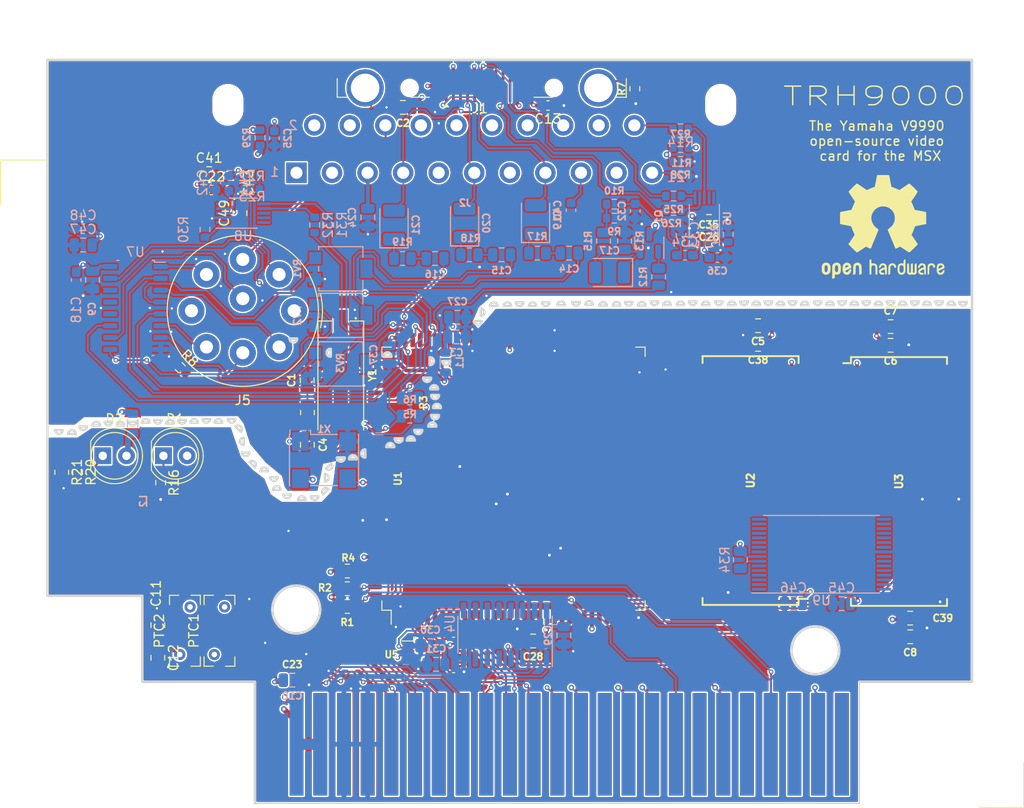
<source format=kicad_pcb>
(kicad_pcb (version 20211014) (generator pcbnew)
  (title_block (date "2022-08-08") (rev "0") (company "The Retro Hacker") (comment 2 "Shared under CERN-OHL-S license") (comment 3 "TRH9000 - Open Source MSX Graphics Card based on the Yamaha V9990") (comment 4 "Designed  by: Cristiano Goncalves"))
  (layers (0 "F.Cu" mixed "More_Digital") (1 "In1.Cu" power "GND") (2 "In2.Cu" power "POWER") (31 "B.Cu" mixed "More_Analog") (34 "B.Paste" user) (35 "F.Paste" user) (36 "B.SilkS" user "B.Silkscreen") (37 "F.SilkS" user "F.Silkscreen") (38 "B.Mask" user) (39 "F.Mask" user) (44 "Edge.Cuts" user))
  (net 0 "")
  (net 1 "GND")
  (net 2 "+5VA")
  (net 3 "+5V")
  (net 4 "/VIDEO/ROUT")
  (net 5 "/VIDEO/GOUT")
  (net 6 "/VIDEO/BOUT")
  (net 13 "/~{CS12}")
  (net 14 "/~{WAIT}")
  (net 15 "/~{M1}")
  (net 16 "/~{RESET}")
  (net 17 "/A9")
  (net 18 "/A11")
  (net 19 "/A7")
  (net 20 "/A12")
  (net 21 "/A14")
  (net 22 "/A1")
  (net 23 "/A3")
  (net 24 "/A5")
  (net 25 "/D1")
  (net 26 "/D3")
  (net 27 "/D5")
  (net 28 "/D7")
  (net 29 "+12V")
  (net 30 "/D6")
  (net 31 "/D4")
  (net 32 "/D2")
  (net 33 "/D0")
  (net 34 "/A4")
  (net 35 "/A2")
  (net 36 "/A0")
  (net 37 "/A13")
  (net 38 "/A8")
  (net 39 "/A6")
  (net 40 "/A10")
  (net 41 "/A15")
  (net 42 "/~{IORQ}")
  (net 43 "/~{WR}")
  (net 44 "/~{RD}")
  (net 46 "Net-(Q1-Pad1)")
  (net 49 "/VDP/~{VDPW}")
  (net 50 "/VDP/~{VDPR}")
  (net 52 "/GNDe")
  (net 53 "Net-(C42-Pad1)")
  (net 54 "/~{CSYNCe_}")
  (net 55 "/SOUNDOUT")
  (net 56 "/~{CSYNCe}")
  (net 57 "/~{YSe}")
  (net 58 "Net-(J5-PadSH)")
  (net 59 "/VDP/~{CSYNCi}")
  (net 60 "/VDP/V0A8")
  (net 61 "/VDP/V0A7")
  (net 62 "/VDP/V0A6")
  (net 63 "/VDP/V0A5")
  (net 64 "/VDP/V0A4")
  (net 65 "/VDP/V0A3")
  (net 66 "/VDP/V0A2")
  (net 67 "/VDP/V0A1")
  (net 68 "/VDP/V0A0")
  (net 69 "/VDP/V0D7")
  (net 70 "/VDP/V0D6")
  (net 71 "/VDP/V0D5")
  (net 72 "/VDP/V0D4")
  (net 73 "/VDP/V0D3")
  (net 74 "/VDP/V0D2")
  (net 75 "/VDP/V0D1")
  (net 76 "/VDP/V0D0")
  (net 77 "/VDP/V0S7")
  (net 78 "/VDP/V0S6")
  (net 79 "/VDP/V0S5")
  (net 80 "/VDP/V0S4")
  (net 81 "/VDP/V0S3")
  (net 82 "/VDP/V0S2")
  (net 83 "/VDP/V0S1")
  (net 84 "/VDP/V0S0")
  (net 85 "/VDP/V1S7")
  (net 86 "/VDP/V1S6")
  (net 87 "/VDP/V1S5")
  (net 88 "/VDP/V1S4")
  (net 89 "/VDP/V1S3")
  (net 90 "/VDP/V1S2")
  (net 91 "/VDP/V1S1")
  (net 92 "/VDP/V1S0")
  (net 95 "/VDP/V1A8")
  (net 96 "/VDP/V1A7")
  (net 97 "/VDP/V1A6")
  (net 98 "/VDP/V1A5")
  (net 99 "/VDP/V1A4")
  (net 100 "/VDP/V1A3")
  (net 101 "/VDP/V1A2")
  (net 102 "/VDP/V1A1")
  (net 103 "/VDP/V1A0")
  (net 104 "/VDP/V1D0")
  (net 105 "/VDP/V1D1")
  (net 106 "/VDP/V1D2")
  (net 107 "/VDP/V1D3")
  (net 108 "/VDP/V1D4")
  (net 109 "/VDP/V1D5")
  (net 110 "/VDP/V1D6")
  (net 111 "/VDP/V1D7")
  (net 112 "/V9958_HSYNC")
  (net 137 "/~{BUSDIR}")
  (net 138 "/~{SLTSL}")
  (net 139 "/~{INT}")
  (net 140 "/VDP/VMREQ")
  (net 141 "/VIDEO/Rm")
  (net 142 "/VIDEO/Gm")
  (net 143 "/VDP/MCKIN")
  (net 144 "/~{Y6}")
  (net 145 "/VIDEO/Bm")
  (net 146 "/VDP/Ri")
  (net 147 "/VIDEO/RO")
  (net 148 "/VIDEO/RIN")
  (net 149 "/VIDEO/GO")
  (net 150 "/VIDEO/GIN")
  (net 151 "/VIDEO/BO")
  (net 152 "/VIDEO/BIN")
  (net 153 "Net-(C32-Pad1)")
  (net 157 "/VIDEO/+12V-1K")
  (net 161 "/VDP/Gi")
  (net 162 "/VIDEO/~{CSYNCA_}")
  (net 163 "/VIDEO/HSYNC")
  (net 164 "/VIDEO/HSOUT")
  (net 165 "/VIDEO/VSYNC")
  (net 166 "/VIDEO/VSOUT")
  (net 167 "/VDP/~{V0_RAS}")
  (net 168 "/VDP/~{V0_CAS}")
  (net 169 "/VDP/~{V0_WE}")
  (net 170 "/VDP/~{V0_TR}")
  (net 171 "/VDP/~{V0_SC}")
  (net 172 "/VDP/~{VO_SOE}")
  (net 173 "/VDP/~{V1_RAS}")
  (net 174 "/VDP/~{V1_CAS}")
  (net 175 "/VDP/~{V1_WE}")
  (net 176 "/VDP/~{V1_TR}")
  (net 177 "/VDP/~{V1_SC}")
  (net 178 "/VDP/~{V1_SOE}")
  (net 180 "/V9958_VSYNC")
  (net 181 "Net-(C17-Pad2)")
  (net 182 "Net-(C17-Pad1)")
  (net 183 "/VIDEO/RO_")
  (net 184 "Net-(J2-Pad21)")
  (net 185 "+12VA")
  (net 186 "/VIDEO/2.5VA")
  (net 187 "/VIDEO/Col_GND")
  (net 188 "Net-(C40-Pad1)")
  (net 189 "/VIDEO/GO_")
  (net 190 "/VIDEO/BO_")
  (net 191 "Net-(J1-PadSH)")
  (net 192 "/VDP/X+")
  (net 193 "/VDP/X-")
  (net 194 "/VIDEO/GNDD")
  (net 195 "/VIDEO/VGA_GND")
  (net 196 "/VIDEO/~{CSYNCO}")
  (net 197 "/VIDEO/~{CSYNCA}")
  (net 198 "/VIDEO/CSOUT")
  (net 199 "Net-(D1-Pad1)")
  (net 200 "+5VP")
  (net 204 "Net-(D2-Pad1)")
  (net 205 "Net-(R20-Pad1)")
  (net 206 "/Power/12VP")
  (net 207 "/VIDEO/AUGND")
  (net 208 "/MSX_SW1")
  (net 209 "/MSX_SW2")
  (net 210 "/VDP/Bi")
  (net 214 "/Re")
  (net 215 "/Ge")
  (net 216 "/Be")
  (net 220 "/VDP/~{KWE}")
  (net 221 "/VDP/KA16")
  (net 222 "/VDP/KA15")
  (net 223 "/VDP/KA14")
  (net 224 "/VDP/KA13")
  (net 225 "/VDP/KA12")
  (net 226 "/VDP/KA11")
  (net 228 "/VDP/KA10")
  (net 229 "/VDP/KA9")
  (net 230 "/VDP/~{KOE}")
  (net 231 "/VDP/~{YSi}")
  (net 237 "/VIDEO/REXTi")
  (net 238 "/REXTe")
  (net 239 "/HSOe")
  (net 240 "/VSOe")
  (footprint "Resistor_SMD:R_0603_1608Metric_Pad0.98x0.95mm_HandSolder" (layer "F.Cu") (at 101.5 91.5 -90)
    (fp_text reference "R20")
    (fp_text value "R_RT0603BRE075KL" hide)
  )
  (footprint "Capacitor_SMD:C_0603_1608Metric" (layer "F.Cu") (at 115.85 61.25)
    (fp_text reference "C22")
    (fp_text value "47pF" hide)
  )
  (footprint "trh9000:Texas_R-PDSO-G14_3.6x4.4mm" (layer "F.Cu") (at 139.7 111.1)
    (fp_text reference "U5")
    (fp_text value "T.I_SN74AHCT32D" hide)
  )
  (footprint "Capacitor_SMD:C_0805_2012Metric" (layer "F.Cu") (at 110.1 107.9 90)
    (fp_text reference "C11")
    (fp_text value "C_CC0805JPX7R9BB104" hide)
  )
  (footprint "LRJ:Fuse_BelFuse_0ZRC0025FF_L7.4mm_W3.1mm" (layer "F.Cu") (at 113 108.5 90)
    (fp_text reference "PTC2")
    (fp_text value "F_0ZRC0025FF1E" hide)
  )
  (footprint "Resistor_SMD:R_0805_2012Metric" (layer "F.Cu") (at 130.4 104)
    (fp_text reference "R2")
    (fp_text value "4K7" hide)
  )
  (footprint "Resistor_SMD:R_0603_1608Metric" (layer "F.Cu") (at 110.4 92.625 -90)
    (fp_text reference "R16")
    (fp_text value "120R" hide)
  )
  (footprint "LRJ:Fuse_BelFuse_0ZRC0025FF_L7.4mm_W3.1mm" (layer "F.Cu") (at 116.7 108.5 90)
    (fp_text reference "PTC1")
    (fp_text value "F_0ZRC0025FF1E" hide)
  )
  (footprint "LRJ:C_0603_1608Metric_round_court" (layer "F.Cu") (at 118 60.45 -90)
    (fp_text reference "C43")
    (fp_text value "47pF")
  )
  (footprint "Capacitor_SMD:C_0805_2012Metric" (layer "F.Cu") (at 115.6 59.5)
    (fp_text reference "C41")
    (fp_text value "C_CC0805JPX7R9BB104" hide)
  )
  (footprint "Capacitor_SMD:C_0805_2012Metric" (layer "F.Cu") (at 174.4 77.8 180)
    (fp_text reference "C38")
    (fp_text value "C_CL21B106KOQNNNE" hide)
  )
  (footprint "Capacitor_SMD:C_0805_2012Metric" (layer "F.Cu") (at 110.1 111.4 -90)
    (fp_text reference "C12")
    (fp_text value "C_CL21B106KOQNNNE" hide)
  )
  (footprint "Resistor_SMD:R_0603_1608Metric" (layer "F.Cu") (at 112.5 80.3 -45)
    (fp_text reference "R8")
    (fp_text value "R_ERJ-3GEYJ105V" hide)
  )
  (footprint "Capacitor_SMD:C_0603_1608Metric" (layer "F.Cu") (at 151.9 52.2 180)
    (fp_text reference "C13")
    (fp_text value "C_GRM188D71A106KA73D" hide)
  )
  (footprint "Symbol:OSHW-Logo2_14.6x12mm_SilkScreen" (layer "F.Cu") (at 187.8 65.2)
    (fp_text reference "LOGO1" hide)
    (fp_text value "Logo_Open_Hardware_Small" hide)
  )
  (footprint "Resistor_SMD:R_0805_2012Metric" (layer "F.Cu") (at 130.4 105.9)
    (fp_text reference "R1")
    (fp_text value "4K7" hide)
  )
  (footprint "Capacitor_SMD:C_0805_2012Metric" (layer "F.Cu") (at 188.6 75.9)
    (fp_text reference "C7")
    (fp_text value "C_CC0805JPX7R9BB104" hide)
  )
  (footprint "Capacitor_SMD:C_0805_2012Metric" (layer "F.Cu") (at 126.1 81.65 90)
    (fp_text reference "C1")
    (fp_text value "27pF" hide)
  )
  (footprint "LRJ:Jack_DIN_CUI_SD-80BV_Vertical" (layer "F.Cu") (at 119.2 74.2 180)
    (fp_text reference "J5")
    (fp_text value "DIN-8_SD-80BV" hide)
  )
  (footprint "Capacitor_SMD:C_0805_2012Metric" (layer "F.Cu") (at 124.5 113.8)
    (fp_text reference "C23")
    (fp_text value "C_CL21B106KOQNNNE" hide)
  )
  (footprint "Capacitor_SMD:C_0805_2012Metric" (layer "F.Cu") (at 190.7 109.15 180)
    (fp_text reference "C8")
    (fp_text value "10nF" hide)
  )
  (footprint "LRJ:Crystal_HC49-US_Vertical" (layer "F.Cu") (at 129.7 81.100002 -90)
    (fp_text reference "Y1")
    (fp_text value "Y_HCM4921477270ABJT" hide)
  )
  (footprint "trh9000:msx_cart_edge-conn" (layer "F.Cu") (at 152.9 120.8)
    (fp_text reference "BUS1" hide)
    (fp_text value "MSX-CONN_L-P" hide)
  )
  (footprint "Resistor_SMD:R_0805_2012Metric" (layer "F.Cu") (at 130.4 102.1)
    (fp_text reference "R4")
    (fp_text value "4K7" hide)
  )
  (footprint "Resistor_SMD:R_0603_1608Metric" (layer "F.Cu") (at 161.2 50.4 90)
    (fp_text reference "R7")
    (fp_text value "R_ERJ-3GEYJ105V" hide)
  )
  (footprint "trh9000:LQFP-128_28x28mm_P0.8mm" (layer "F.Cu") (at 148.2 92.2 90)
    (fp_text reference "U1")
    (fp_text value "V9990" hide)
  )
  (footprint "Capacitor_SMD:C_0805_2012Metric" (layer "F.Cu") (at 118.9 63.7375 90)
    (fp_text reference "C49")
    (fp_text value "10nF" hide)
  )
  (footprint "Capacitor_SMD:C_0805_2012Metric" (layer "F.Cu") (at 169.121666 66.627916)
    (fp_text reference "C35")
    (fp_text value "C_CL21B106KOQNNNE" hide)
  )
  (footprint "trh9000:SOJ-40_400mil" (layer "F.Cu") (at 173.6 92.4 180)
    (fp_text reference "U2")
    (fp_text value "KM428C256" hide)
  )
  (footprint "Capacitor_SMD:C_0805_2012Metric" (layer "F.Cu") (at 174.4 75.8 180)
    (fp_text reference "C5")
    (fp_text value "C_CC0805JPX7R9BB104" hide)
  )
  (footprint "Capacitor_SMD:C_0805_2012Metric" (layer "F.Cu") (at 136.35 52.4 180)
    (fp_text reference "C2")
    (fp_text value "C_CC0805JPX7R9BB104" hide)
  )
  (footprint "Capacitor_SMD:C_0805_2012Metric" (layer "F.Cu") (at 190.7 107.15)
    (fp_text reference "C39")
    (fp_text value "C_CL21B106KOQNNNE" hide)
  )
  (footprint "Capacitor_SMD:C_0805_2012Metric" (layer "F.Cu") (at 169.15 64.627916 180)
    (fp_text reference "C26")
    (fp_text value "10nF" hide)
  )
  (footprint "trh9000:MSX-cart-dummy_RA" (layer "F.Cu") (at 147.95 92.75)
    (fp_text reference "Cart1" hide)
    (fp_text value "MSX-cartridge_dummy" hide)
  )
  (footprint "Resistor_SMD:R_0805_2012Metric" (layer "F.Cu") (at 126.126955 85.111269 90)
    (fp_text reference "R3")
    (fp_text value "10M" hide)
  )
  (footprint "Capacitor_SMD:C_0805_2012Metric_Pad1.18x1.45mm_HandSolder" (layer "F.Cu") (at 150.3 109.6 180)
    (fp_text reference "C28")
    (fp_text value "C_CL21B105KBFNNNF" hide)
  )
  (footprint "Resistor_SMD:R_0805_2012Metric" (layer "F.Cu") (at 99.8 91.5125 -90)
    (fp_text reference "R21")
    (fp_text value "100R" hide)
  )
  (footprint "trh9000:SOJ-40_400mil" (layer "F.Cu") (at 189.5 92.5)
    (fp_text reference "U3")
    (fp_text value "KM428C256" hide)
  )
  (footprint "LED_THT:LED_D5.0mm" (layer "F.Cu") (at 104.2 89.75)
    (fp_text reference "D2")
    (fp_text value "LO_LED_LTL2R3K" hide)
  )
  (footprint "LRJ:Norcomp_DSUB-15-HD_Female_Horizontal_SMD_P0.77x1.98mm" (layer "F.Cu") (at 144.8 46.9125 180)
    (fp_text reference "J1")
    (fp_text value "Norcomp_200-015-263R001" hide)
  )
  (footprint "LED_THT:LED_D5.0mm" (layer "F.Cu") (at 110.7 89.75)
    (fp_text reference "D1")
    (fp_text value "SunLED_XCVG12D" hide)
  )
  (footprint "Capacitor_SMD:C_0805_2012Metric" (layer "F.Cu") (at 188.6 77.9 180)
    (fp_text reference "C6")
    (fp_text value "10nF" hide)
  )
  (footprint "Capacitor_SMD:C_0805_2012Metric" (layer "F.Cu") (at 126.116955 88.561268 -90)
    (fp_text reference "C4")
    (fp_text value "27pF" hide)
  )
  (footprint "Package_SO:VSSOP-10_3x3mm_P0.5mm" (layer "B.Cu") (at 119.25 63.7375)
    (fp_text reference "U8")
    (fp_text value "LMH1980" hide)
  )
  (footprint "Capacitor_SMD:C_0603_1608Metric" (layer "B.Cu") (at 166.15 66.05 90)
    (fp_text reference "C33")
    (fp_text value "47pF" hide)
  )
  (footprint "Capacitor_SMD:C_0603_1608Metric_Pad1.08x0.95mm_HandSolder" (layer "B.Cu") (at 166.575 68.25 180)
    (fp_text reference "C34")
    (fp_text value "C_CL10B104KB8NNNL" hide)
  )
  (footprint "Package_SO:TSOP-I-32_12.4x8mm_P0.5mm" (layer "B.Cu") (at 181.2 100.3)
    (fp_text reference "U9")
    (fp_text value "SST39SF010A-lrj" hide)
  )
  (footprint "Capacitor_SMD:C_0603_1608Metric" (layer "B.Cu") (at 122.5825 55.7125 90)
    (fp_text reference "C25")
    (fp_text value "C_GRM188D71A106KA73D" hide)
  )
  (footprint "Capacitor_SMD:C_0603_1608Metric_Pad1.08x0.95mm_HandSolder" (layer "B.Cu") (at 170.05 68.5)
    (fp_text reference "C36")
    (fp_text value "C_CL10B104KB8NNNL" hide)
  )
  (footprint "Resistor_SMD:R_0603_1608Metric" (layer "B.Cu") (at 165.35 63.45)
    (fp_text reference "R26")
    (fp_text value "100" hide)
  )
  (footprint "Potentiometer_SMD:Potentiometer_Bourns_3314G_Vertical" (layer "B.Cu") (at 129.7 69.7 -90)
    (fp_text reference "RV1")
    (fp_text value "500R" hide)
  )
  (footprint "Resistor_SMD:R_0805_2012Metric" (layer "B.Cu") (at 136.3125 68.6)
    (fp_text reference "R19")
    (fp_text value "75R" hide)
  )
  (footprint "Package_SO:VSSOP-10_3x3mm_P0.5mm" (layer "B.Cu") (at 168.65 64.3 90)
    (fp_text reference "U6")
    (fp_text value "LMH1980" hide)
  )
  (footprint "Capacitor_SMD:C_0603_1608Metric" (layer "B.Cu") (at 161.25 63.5125 -90)
    (fp_text reference "C32")
    (fp_text value "47pF" hide)
  )
  (footprint "LRJ:R_0603_1608Metric_roundcourt" (layer "B.Cu") (at 115.15 65.4875 -90)
    (fp_text reference "R30")
    (fp_text value "R_RC0603FR-0710KL" hide)
  )
  (footprint "Capacitor_Tantalum_SMD:CP_EIA-3528-15_AVX-H" (layer "B.Cu") (at 142.9625 64.8 90)
    (fp_text reference "C20")
    (fp_text value "C_TCJB227" hide)
  )
  (footprint "Potentiometer_SMD:Potentiometer_Bourns_3314G_Vertical" (layer "B.Cu") (at 129.7 74.7 -90)
    (fp_text reference "RV2")
    (fp_text value "500R" hide)
  )
  (footprint "Capacitor_SMD:C_0805_2012Metric" (layer "B.Cu") (at 142.1 77)
    (fp_text reference "C3")
    (fp_text value "C_GRM21BR61A476ME15K" hide)
  )
  (footprint "Capacitor_SMD:C_0805_2012Metric" (layer "B.Cu") (at 103.1 70.9 -90)
    (fp_text reference "C9")
    (fp_text value "C_CL21B106KOQNNNE" hide)
  )
  (footprint "Capacitor_SMD:C_0805_2012Metric_Pad1.18x1.45mm_HandSolder" (layer "B.Cu") (at 139.3 110.1 180)
    (fp_text reference "C30")
    (fp_text value "C_CL21B105KBFNNNF" hide)
  )
  (footprint "Resistor_SMD:R_0603_1608Metric" (layer "B.Cu") (at 166.1 56.7 180)
    (fp_text reference "R27")
    (fp_text value "100" hide)
  )
  (footprint "LRJ:SCART-21_Female_Horizontal_P1.905x2.54mm_EdgePinOffset10.7mm" (layer "B.Cu") (at 144 43.625 180)
    (fp_text reference "J2")
    (fp_text value "Console5_SCART" hide)
  )
  (footprint "Capacitor_SMD:C_0603_1608Metric" (layer "B.Cu") (at 116.3 60.45 -90)
    (fp_text reference "C42")
    (fp_text value "47pF" hide)
  )
  (footprint "Capacitor_Tantalum_SMD:CP_EIA-3528-15_AVX-H" (layer "B.Cu") (at 150.5625 64.425 90)
    (fp_text reference "C19")
    (fp_text value "C_TCJB227" hide)
  )
  (footprint "Capacitor_SMD:C_0603_1608Metric_Pad1.08x0.95mm_HandSolder" (layer "B.Cu") (at 101.35 70.9 -90)
    (fp_text reference "C18")
    (fp_text value "C_CL10B104KB8NNNL" hide)
  )
  (footprint "Resistor_SMD:R_0603_1608Metric" (layer "B.Cu") (at 165.35 61.9)
    (fp_text reference "R25")
    (fp_text value "100" hide)
  )
  (footprint "Resistor_SMD:R_0805_2012Metric" (layer "B.Cu") (at 143.475 68.2)
    (fp_text reference "R18")
    (fp_text value "75R" hide)
  )
  (footprint "Resistor_SMD:R_0603_1608Metric" (layer "B.Cu") (at 166.1 54.7)
    (fp_text reference "R14")
    (fp_text value "75" hide)
  )
  (footprint "LRJ:R_0603_1608Metric_roundcourt" (layer "B.Cu") (at 171.2 66 -90)
    (fp_text reference "R24")
    (fp_text value "R_RC0603FR-0710KL" hide)
  )
  (footprint "Potentiometer_SMD:Potentiometer_Bourns_3314G_Vertical" (layer "B.Cu") (at 129.7 79.9 -90)
    (fp_text reference "RV3")
    (fp_text value "500R" hide)
  )
  (footprint "Capacitor_SMD:C_0805_2012Metric" (layer "B.Cu") (at 139.9 112.1 180)
    (fp_text reference "C31")
    (fp_text value "C_CC0805JPX7R9BB104" hide)
  )
  (footprint "Package_SO:SO-16_3.9x9.9mm_P1.27mm" (layer "B.Cu") (at 147.3 108.9 90)
    (fp_text reference "U4" hide)
    (fp_text value "74VHC138" hide)
  )
  (footprint "Resistor_SMD:R_0603_1608Metric" (layer "B.Cu") (at 166.2 59.8 180)
    (fp_text reference "R11")
    (fp_text value "R_ERJ-3GEYJ105V" hide)
  )
  (footprint "Capacitor_SMD:C_0603_1608Metric_Pad1.08x0.95mm_HandSolder" (layer "B.Cu") (at 102.1 65.4 180)
    (fp_text reference "C48")
    (fp_text value "C_CL10B104KB8NNNL" hide)
  )
  (footprint "Resistor_SMD:R_0805_2012Metric" (layer "B.Cu") (at 160.1 66.7125 90)
    (fp_text reference "R13")
    (fp_text value "100R" hide)
  )
  (footprint "Capacitor_SMD:C_0805_2012Metric" (layer "B.Cu") (at 178.2 105.575 180)
    (fp_text reference "C46")
    (fp_text value "C_CC0805JPX7R9BB104" hide)
  )
  (footprint "LRJ:C_0603_1608Metric_round_court" (layer "B.Cu") (at 117.7 60.55 90)
    (fp_text reference "C44")
    (fp_text value "C_CL10B104KB8NNNL")
  )
  (footprint "Capacitor_SMD:C_0805_2012Metric" (layer "B.Cu") (at 124.5 113.8)
    (fp_text reference "C10")
    (fp_text value "C_CC0805JPX7R9BB104" hide)
  )
  (footprint "Inductor_SMD:L_0805_2012Metric" (layer "B.Cu") (at 107.4 86.3 90)
    (fp_text reference "L2")
    (fp_text value "L_MLZ2012M4R7HT000" hide)
  )
  (footprint "Resistor_SMD:R_0805_2012Metric" (layer "B.Cu") (at 172.5 100.9 -90)
    (fp_text reference "R34")
    (fp_text value "4K7" hide)
  )
  (footprint "Resistor_SMD:R_0805_2012Metric" (layer "B.Cu") (at 163.75 70.5625 -90)
    (fp_text reference "R12")
    (fp_text value "1K" hide)
  )
  (footprint "Package_TO_SOT_SMD:SOT-23" (layer "B.Cu") (at 162.75 66.925 90)
    (fp_text reference "Q1")
    (fp_text value "BC817" hide)
  )
  (footprint "Inductor_SMD:L_0805_2012Metric" (layer "B.Cu") (at 140.9 79.75 90)
    (fp_text reference "L1")
    (fp_text value "L_MLZ2012M4R7HT000" hide)
  )
  (footprint "Capacitor_SMD:C_0603_1608Metric" (layer "B.Cu") (at 154.3625 63.425 -90)
    (fp_text reference "C40")
    (fp_text value "47pF" hide)
  )
  (footprint "Resistor_SMD:R_0805_2012Metric" (layer "B.Cu") (at 137.1 85.5)
    (fp_text reference "R6")
    (fp_text value "4K7" hide)
  )
  (footprint "Oscillator:Oscillator_SMD_Abracon_ASV-4Pin_7.0x5.1mm" (layer "B.Cu") (at 127.9 90.2)
    (fp_text reference "X1")
    (fp_text value "Crystek_CE3291" hide)
  )
  (footprint "Resistor_SMD:R_0805_2012Metric" (layer "B.Cu") (at 150.7625 68.025)
    (fp_text reference "R17")
    (fp_text value "75R" hide)
  )
  (footprint "Capacitor_SMD:C_0805_2012Metric" (layer "B.Cu") (at 139.8 68.6)
    (fp_text reference "C16")
    (fp_text value "100nF" hide)
  )
  (footprint "Capacitor_SMD:C_0805_2012Metric" (layer "B.Cu") (at 146.925 68.2)
    (fp_text reference "C15")
    (fp_text value "100nF" hide)
  )
  (footprint "Capacitor_SMD:C_0805_2012Metric" (layer "B.Cu") (at 154.1625 68.025)
    (fp_text reference "C14")
    (fp_text value "100nF" hide)
  )
  (footprint "Resistor_SMD:R_0603_1608Metric" (layer "B.Cu") (at 159 64.275)
    (fp_text reference "R9")
    (fp_text value "75" hide)
  )
  (footprint "Resistor_SMD:R_0603_1608Metric" (layer "B.Cu") (at 128.4 65 90)
    (fp_text reference "R31")
    (fp_text value "100" hide)
  )
  (footprint "Capacitor_SMD:C_0805_2012Metric" (layer "B.Cu") (at 102.1 67.15 180)
    (fp_text reference "C47")
    (fp_text value "C_CL21B106KOQNNNE" hide)
  )
  (footprint "Resistor_SMD:R_0603_1608Metric" (layer "B.Cu") (at 166.1 58.2)
    (fp_text reference "R28")
    (fp_text value "100" hide)
  )
  (footprint "Resistor_SMD:R_0805_2012Metric" (layer "B.Cu") (at 137.1 83.54375 180)
    (fp_text reference "R5")
    (fp_text value "4K7" hide)
  )
  (footprint "Resistor_SMD:R_0603_1608Metric" (layer "B.Cu") (at 121.05 55.6625 -90)
    (fp_text reference "R29")
    (fp_text value "1k" hide)
  )
  (footprint "Resistor_SMD:R_0603_1608Metric" (layer "B.Cu") (at 126.9 65 90)
    (fp_text reference "R32")
    (fp_text value "100" hide)
  )
  (footprint "Resistor_SMD:R_0603_1608Metric" (layer "B.Cu") (at 159 62.775 180)
    (fp_text reference "R10")
    (fp_text value "100" hide)
  )
  (footprint "Capacitor_SMD:C_0805_2012Metric" (layer "B.Cu") (at 153.6 109 -90)
    (fp_text reference "C29")
    (fp_text value "C_CC0805JPX7R9BB104" hide)
  )
  (footprint "LRJ:R_0603_1608Metric_roundcourt" (layer "B.Cu") (at 120.2 59.6625)
    (fp_text reference "R23")
    (fp_text value "100")
  )
  (footprint "Capacitor_Tantalum_SMD:CP_EIA-3528-15_AVX-H" (layer "B.Cu") (at 135.4 65 90)
    (fp_text reference "C21")
    (fp_text value "C_TCJB227" hide)
  )
  (footprint "Capacitor_SMD:C_0805_2012Metric" (layer "B.Cu") (at 142.2 74.9 180)
    (fp_text reference "C27")
    (fp_text value "10nF" hide)
  )
  (footprint "Capacitor_SMD:C_0805_2012Metric" (layer "B.Cu") (at 134.9 78.9 -90)
    (fp_text reference locked "C37")
    (fp_text value "C_CC0805JPX7R9BB104" hide)
  )
  (footprint "Capacitor_SMD:C_0805_2012Metric" (layer "B.Cu") (at 183.35 105.6 180)
    (fp_text reference "C45")
    (fp_text value "C_CL21B106KOQNNNE" hide)
  )
  (footprint "Resistor_SMD:R_0603_1608Metric" (layer "B.Cu") (at 120.15 61.2 180)
    (fp_text reference "R22")
    (fp_text value "75" hide)
  )
  (footprint "Resistor_SMD:R_0805_2012Metric" (layer "B.Cu") (at 157.85 66.725 -90)
    (fp_text reference "R15")
    (fp_text value "220R" hide)
  )
  (footprint "trh9000:Texas_R-PDSO-G16_3.9x9.9mm" (layer "B.Cu") (at 107.7 73.9 180)
    (fp_text reference "U7")
    (fp_text value "T.I_SN74CBT3257" hide)
  )
  (footprint "Capacitor_Tantalum_SMD:CP_EIA-3528-15_AVX-H" (layer "B.Cu") (at 158.5 70.1 180)
    (fp_text reference "C17")
    (fp_text value "C_TCJB227" hide)
  )
  (footprint "Capacitor_SMD:C_0805_2012Metric" (layer "B.Cu") (at 132.6 64.2 -90)
    (fp_text reference "C24")
    (fp_text value "C_CC0805JPX7R9BB104" hide)
  )
  (gr_line (start 179 73.6) (end 179.8 73.6) (layer "Edge.Cuts") (width 0.25))
  (gr_line (start 128.6 79.1) (end 128.6 78.3) (layer "Edge.Cuts") (width 0.25))
  (gr_line (start 108.4 86.2) (end 109.2 86.2) (layer "Edge.Cuts") (width 0.25))
  (gr_arc (start 165.7 73.6) (mid 166.1 73.2) (end 166.5 73.6) (layer "Edge.Cuts") (width 0.25))
  (gr_arc (start 136.3 87.9) (mid 135.9 88.3) (end 135.5 87.9) (layer "Edge.Cuts") (width 0.25))
  (gr_arc (start 145.7 73.7) (mid 146.1 73.3) (end 146.5 73.7) (layer "Edge.Cuts") (width 0.25))
  (gr_arc (start 161.55 73.65) (mid 161.95 73.25) (end 162.35 73.65) (layer "Edge.Cuts") (width 0.25))
  (gr_arc (start 127.3 94.1) (mid 126.9 94.5) (end 126.5 94.1) (layer "Edge.Cuts") (width 0.25))
  (gr_arc (start 138.4 87) (mid 138 87.4) (end 137.6 87) (layer "Edge.Cuts") (width 0.25))
  (gr_arc (start 119.9 89.4) (mid 119.5 89.8) (end 119.1 89.4) (layer "Edge.Cuts") (width 0.25))
  (gr_arc (start 196.75 73.25) (mid 196.35 73.65) (end 195.95 73.25) (layer "Edge.Cuts") (width 0.25))
  (gr_line (start 149.25 73.3) (end 148.45 73.3) (layer "Edge.Cuts") (width 0.25))
  (gr_line (start 99.9 87) (end 99.1 87) (layer "Edge.Cuts") (width 0.25))
  (gr_line (start 167.8 73.2) (end 167 73.2) (layer "Edge.Cuts") (width 0.25))
  (gr_line (start 144.7 73.95) (end 144.7 74.75) (layer "Edge.Cuts") (width 0.25))
  (gr_line (start 127.817158 93.882843) (end 128.382843 93.317158) (layer "Edge.Cuts") (width 0.25))
  (gr_line (start 132.3 89.9) (end 132.3 89.1) (layer "Edge.Cuts") (width 0.25))
  (gr_line (start 139.6 84.6) (end 140.4 84.6) (layer "Edge.Cuts") (width 0.25))
  (gr_line (start 108.42625 104.775) (end 108.42625 113.9825) (layer "Edge.Cuts") (width 0.25))
  (gr_arc (start 168.4 73.6) (mid 168.8 73.2) (end 169.2 73.6) (layer "Edge.Cuts") (width 0.25))
  (gr_arc (start 118.4 85.8) (mid 118 86.2) (end 117.6 85.8) (layer "Edge.Cuts") (width 0.25))
  (gr_arc (start 113.1 85.9) (mid 112.7 86.3) (end 112.3 85.9) (layer "Edge.Cuts") (width 0.25))
  (gr_line (start 152.9 73.6) (end 153.7 73.6) (layer "Edge.Cuts") (width 0.25))
  (gr_line (start 111 86.3) (end 111.8 86.3) (layer "Edge.Cuts") (width 0.25))
  (gr_line (start 118.417115 86.617199) (end 118.9828 87.182885) (layer "Edge.Cuts") (width 0.25))
  (gr_arc (start 181.7 73.6) (mid 182.1 73.2) (end 182.5 73.6) (layer "Edge.Cuts") (width 0.25))
  (gr_arc (start 121.1 91.4) (mid 121.5 91) (end 121.9 91.4) (layer "Edge.Cuts") (width 0.25))
  (gr_arc (start 128.682835 90.575718) (mid 128.682836 91.141404) (end 128.11715 91.141403) (layer "Edge.Cuts") (width 0.25))
  (gr_arc (start 164.25 73.6) (mid 164.65 73.2) (end 165.05 73.6) (layer "Edge.Cuts") (width 0.25))
  (gr_arc (start 139.6 84.6) (mid 140 84.2) (end 140.4 84.6) (layer "Edge.Cuts") (width 0.25))
  (gr_arc (start 186.9 73.6) (mid 187.3 73.2) (end 187.7 73.6) (layer "Edge.Cuts") (width 0.25))
  (gr_arc (start 149.85 73.7) (mid 150.25 73.3) (end 150.65 73.7) (layer "Edge.Cuts") (width 0.25))
  (gr_line (start 105.2 86.1) (end 104.4 86.1) (layer "Edge.Cuts") (width 0.25))
  (gr_line (start 163.7 73.2) (end 162.9 73.2) (layer "Edge.Cuts") (width 0.25))
  (gr_line (start 119.9169 90.417409) (end 120.482585 90.983095) (layer "Edge.Cuts") (width 0.25))
  (gr_line (start 173.3 73.2) (end 172.5 73.2) (layer "Edge.Cuts") (width 0.25))
  (gr_line (start 197.32625 113.9825) (end 197.32625 47.3) (layer "Edge.Cuts") (width 0.25))
  (gr_line (start 144.8 75.3) (end 144 75.3) (layer "Edge.Cuts") (width 0.25))
  (gr_arc (start 115.7 85.8) (mid 115.3 86.2) (end 114.9 85.8) (layer "Edge.Cuts") (width 0.25))
  (gr_arc (start 122.45 93.4) (mid 122.85 93) (end 123.25 93.4) (layer "Edge.Cuts") (width 0.25))
  (gr_line (start 161.55 73.65) (end 162.35 73.65) (layer "Edge.Cuts") (width 0.25))
  (gr_line (start 181.7 73.6) (end 182.5 73.6) (layer "Edge.Cuts") (width 0.25))
  (gr_arc (start 128.6 79.1) (mid 128.2 78.7) (end 128.6 78.3) (layer "Edge.Cuts") (width 0.25))
  (gr_line (start 186.4 73.2) (end 185.6 73.2) (layer "Edge.Cuts") (width 0.25))
  (gr_line (start 189.5 73.6) (end 190.3 73.6) (layer "Edge.Cuts") (width 0.25))
  (gr_line (start 115.7 85.8) (end 114.9 85.8) (layer "Edge.Cuts") (width 0.25))
  (gr_arc (start 179 73.6) (mid 179.4 73.2) (end 179.8 73.6) (layer "Edge.Cuts") (width 0.25))
  (gr_line (start 122.934315 92.049999) (end 122.134315 92.049999) (layer "Edge.Cuts") (width 0.25))
  (gr_line (start 189 73.2) (end 188.2 73.2) (layer "Edge.Cuts") (width 0.25))
  (gr_line (start 102.5 86.6) (end 101.7 86.6) (layer "Edge.Cuts") (width 0.25))
  (gr_line (start 194.2 73.2) (end 193.4 73.2) (layer "Edge.Cuts") (width 0.25))
  (gr_line (start 119.9 89.4) (end 119.1 89.4) (layer "Edge.Cuts") (width 0.25))
  (gr_arc (start 173.8 73.6) (mid 174.2 73.2) (end 174.6 73.6) (layer "Edge.Cuts") (width 0.25))
  (gr_arc (start 152.9 73.6) (mid 153.3 73.2) (end 153.7 73.6) (layer "Edge.Cuts") (width 0.25))
  (gr_line (start 100.5 87.4) (end 101.3 87.4) (layer "Edge.Cuts") (width 0.25))
  (gr_line (start 191.6 73.2) (end 190.8 73.2) (layer "Edge.Cuts") (width 0.25))
  (gr_arc (start 184.3 73.6) (mid 184.7 73.2) (end 185.1 73.6) (layer "Edge.Cuts") (width 0.25))
  (gr_line (start 176.4 73.6) (end 177.2 73.6) (layer "Edge.Cuts") (width 0.25))
  (gr_arc (start 110.5 85.9) (mid 110.1 86.3) (end 109.7 85.9) (layer "Edge.Cuts") (width 0.25))
  (gr_arc (start 163.7 73.2) (mid 163.3 73.6) (end 162.9 73.2) (layer "Edge.Cuts") (width 0.25))
  (gr_line (start 138.4 87) (end 137.6 87) (layer "Edge.Cuts") (width 0.25))
  (gr_line (start 120.49125 113.9825) (end 120.49125 127) (layer "Edge.Cuts") (width 0.25))
  (gr_line (start 139.3 82.6) (end 140.1 82.6) (layer "Edge.Cuts") (width 0.25))
  (gr_arc (start 178.5 73.2) (mid 178.1 73.6) (end 177.7 73.2) (layer "Edge.Cuts") (width 0.25))
  (gr_line (start 110.5 85.9) (end 109.7 85.9) (layer "Edge.Cuts") (width 0.25))
  (gr_arc (start 136.8 88.1) (mid 137.2 87.7) (end 137.6 88.1) (layer "Edge.Cuts") (width 0.25))
  (gr_arc (start 173.3 73.2) (mid 172.9 73.6) (end 172.5 73.2) (layer "Edge.Cuts") (width 0.25))
  (gr_line (start 107.8 86.1) (end 107 86.1) (layer "Edge.Cuts") (width 0.25))
  (gr_line (start 160.95 73.25) (end 160.15 73.25) (layer "Edge.Cuts") (width 0.25))
  (gr_arc (start 139.25 79.2) (mid 139.65 79.6) (end 139.25 80) (layer "Edge.Cuts") (width 0.25))
  (gr_line (start 140.2 85.4) (end 139.4 85.4) (layer "Edge.Cuts") (width 0.25))
  (gr_arc (start 105.2 86.1) (mid 104.8 86.5) (end 104.4 86.1) (layer "Edge.Cuts") (width 0.25))
  (gr_line (start 165.7 73.6) (end 166.5 73.6) (layer "Edge.Cuts") (width 0.25))
  (gr_arc (start 167.8 73.2) (mid 167.4 73.6) (end 167 73.2) (layer "Edge.Cuts") (width 0.25))
  (gr_arc (start 125 77.2) (mid 124.6 77.6) (end 124.2 77.2) (layer "Edge.Cuts") (width 0.25))
  (gr_line (start 192.1 73.6) (end 192.9 73.6) (layer "Edge.Cuts") (width 0.25))
  (gr_line (start 136.3 87.9) (end 135.5 87.9) (layer "Edge.Cuts") (width 0.25))
  (gr_arc (start 189 73.2) (mid 188.6 73.6) (end 188.2 73.2) (layer "Edge.Cuts") (width 0.25))
  (gr_line (start 98.26625 104.775) (end 108.42625 104.775) (layer "Edge.Cuts") (width 0.25))
  (gr_arc (start 130.1 89.95) (mid 129.7 90.35) (end 129.3 89.95) (layer "Edge.Cuts") (width 0.25))
  (gr_circle locked (center 124.92625 106.221) (end 127.46625 106.221) (layer "Edge.Cuts") (width 0.25) (fill none))
  (gr_arc (start 189.5 73.6) (mid 189.9 73.2) (end 190.3 73.6) (layer "Edge.Cuts") (width 0.25))
  (gr_arc (start 102.5 86.6) (mid 102.1 87) (end 101.7 86.6) (layer "Edge.Cuts") (width 0.25))
  (gr_arc (start 147.15 73.7) (mid 147.55 73.3) (end 147.95 73.7) (layer "Edge.Cuts") (width 0.25))
  (gr_line (start 141.4 79.6) (end 140.6 79.6) (layer "Edge.Cuts") (width 0.25))
  (gr_arc (start 183.8 73.2) (mid 183.4 73.6) (end 183 73.2) (layer "Edge.Cuts") (width 0.25))
  (gr_line (start 134.6 88.8) (end 135.4 88.8) (layer "Edge.Cuts") (width 0.25))
  (gr_line (start 139.35 81.4) (end 138.55 81.4) (layer "Edge.Cuts") (width 0.25))
  (gr_line (start 105.7 86.5) (end 106.5 86.5) (layer "Edge.Cuts") (width 0.25))
  (gr_arc (start 152.05 73.3) (mid 151.65 73.7) (end 151.25 73.3) (layer "Edge.Cuts") (width 0.25))
  (gr_line (start 113.6 86.2) (end 114.4 86.2) (layer "Edge.Cuts") (width 0.25))
  (gr_line (start 158.85 73.65) (end 159.65 73.65) (layer "Edge.Cuts") (width 0.25))
  (gr_line (start 145.7 73.7) (end 146.5 73.7) (layer "Edge.Cuts") (width 0.25))
  (gr_line (start 118.4 85.8) (end 117.6 85.8) (layer "Edge.Cuts") (width 0.25))
  (gr_arc (start 140.2 85.4) (mid 139.8 85.8) (end 139.4 85.4) (layer "Edge.Cuts") (width 0.25))
  (gr_arc (start 176.4 73.6) (mid 176.8 73.2) (end 177.2 73.6) (layer "Edge.Cuts") (width 0.25))
  (gr_arc (start 140.2 83.25) (mid 139.8 83.65) (end 139.4 83.25) (layer "Edge.Cuts") (width 0.25))
  (gr_line (start 184.3 73.6) (end 185.1 73.6) (layer "Edge.Cuts") (width 0.25))
  (gr_line (start 128 91.7) (end 128 92.5) (layer "Edge.Cuts") (width 0.25))
  (gr_line (start 120.49125 127) (end 120.80875 127) (layer "Edge.Cuts") (width 0.127))
  (gr_arc (start 139.3 82.6) (mid 139.7 82.2) (end 140.1 82.6) (layer "Edge.Cuts") (width 0.25))
  (gr_line (start 147.15 73.7) (end 147.95 73.7) (layer "Edge.Cuts") (width 0.25))
  (gr_line (start 185.26125 127) (end 185.26125 113.9825) (layer "Edge.Cuts") (width 0.127))
  (gr_line (start 116.2 86.2) (end 117 86.2) (layer "Edge.Cuts") (width 0.25))
  (gr_arc (start 113.6 86.2) (mid 114 85.8) (end 114.4 86.2) (layer "Edge.Cuts") (width 0.25))
  (gr_line (start 155.9 73.55) (end 156.7 73.55) (layer "Edge.Cuts") (width 0.25))
  (gr_line (start 124.35 93.9) (end 123.55 93.9) (layer "Edge.Cuts") (width 0.25))
  (gr_arc (start 157.4 73.65) (mid 157.8 73.25) (end 158.2 73.65) (layer "Edge.Cuts") (width 0.25))
  (gr_line (start 130.1 89.95) (end 129.3 89.95) (layer "Edge.Cuts") (width 0.25))
  (gr_arc (start 144.8 75.3) (mid 144.4 75.7) (end 144 75.3) (layer "Edge.Cuts") (width 0.25))
  (gr_line (start 183.8 73.2) (end 183 73.2) (layer "Edge.Cuts") (width 0.25))
  (gr_line (start 122.45 93.4) (end 123.25 93.4) (layer "Edge.Cuts") (width 0.25))
  (gr_arc (start 127.817158 93.882843) (mid 127.817108 93.317093) (end 128.382843 93.317158) (layer "Edge.Cuts") (width 0.25))
  (gr_line (start 152.05 73.3) (end 151.25 73.3) (layer "Edge.Cuts") (width 0.25))
  (gr_line (start 98.26625 47.3) (end 98.26625 104.775) (layer "Edge.Cuts") (width 0.25))
  (gr_arc (start 124.35 93.9) (mid 123.95 94.3) (end 123.55 93.9) (layer "Edge.Cuts") (width 0.25))
  (gr_line (start 186.9 73.6) (end 187.7 73.6) (layer "Edge.Cuts") (width 0.25))
  (gr_arc (start 160.95 73.25) (mid 160.55 73.65) (end 160.15 73.25) (layer "Edge.Cuts") (width 0.25))
  (gr_arc (start 107.8 86.1) (mid 107.4 86.5) (end 107 86.1) (layer "Edge.Cuts") (width 0.25))
  (gr_arc (start 128 91.7) (mid 128.4 92.1) (end 128 92.5) (layer "Edge.Cuts") (width 0.25))
  (gr_line (start 121.1 91.4) (end 121.9 91.4) (layer "Edge.Cuts") (width 0.25))
  (gr_line (start 197.32625 47.3) (end 98.26625 47.3) (layer "Edge.Cuts") (width 0.25))
  (gr_line (start 178.5 73.2) (end 177.7 73.2) (layer "Edge.Cuts") (width 0.25))
  (gr_arc (start 158.85 73.65) (mid 159.25 73.25) (end 159.65 73.65) (layer "Edge.Cuts") (width 0.25))
  (gr_arc (start 100.5 87.4) (mid 100.9 87) (end 101.3 87.4) (layer "Edge.Cuts") (width 0.25))
  (gr_arc (start 118.417115 86.617199) (mid 118.982843 86.617157) (end 118.9828 87.182885) (layer "Edge.Cuts") (width 0.25))
  (gr_arc (start 119.3 88.6) (mid 118.9 88.2) (end 119.3 87.8) (layer "Edge.Cuts") (width 0.25))
  (gr_arc (start 186.4 73.2) (mid 186 73.6) (end 185.6 73.2) (layer "Edge.Cuts") (width 0.25))
  (gr_arc (start 119.9169 90.417409) (mid 120.482628 90.417367) (end 120.482585 90.983095) (layer "Edge.Cuts") (width 0.25))
  (gr_line (start 108.42625 113.9825) (end 120.49125 113.9825) (layer "Edge.Cuts") (width 0.25))
  (gr_line (start 125 77.2) (end 124.2 77.2) (layer "Edge.Cuts") (width 0.25))
  (gr_line (start 125.117158 94.482843) (end 125.917158 94.482843) (layer "Edge.Cuts") (width 0.25))
  (gr_line (start 155.3 73.25) (end 154.5 73.25) (layer "Edge.Cuts") (width 0.25))
  (gr_line (start 157.4 73.65) (end 158.2 73.65) (layer "Edge.Cuts") (width 0.25))
  (gr_line (start 139.25 79.2) (end 139.25 80) (layer "Edge.Cuts") (width 0.25))
  (gr_arc (start 170.6 73.2) (mid 170.2 73.6) (end 169.8 73.2) (layer "Edge.Cuts") (width 0.25))
  (gr_line (start 149.85 73.7) (end 150.65 73.7) (layer "Edge.Cuts") (width 0.25))
  (gr_arc (start 105.7 86.5) (mid 106.1 86.1) (end 106.5 86.5) (layer "Edge.Cuts") (width 0.25))
  (gr_line (start 128.682835 90.575718) (end 128.11715 91.141403) (layer "Edge.Cuts") (width 0.25))
  (gr_arc (start 116.2 86.2) (mid 116.6 85.8) (end 117 86.2) (layer "Edge.Cuts") (width 0.25))
  (gr_line (start 103.1 86.5) (end 103.9 86.5) (layer "Edge.Cuts") (width 0.25))
  (gr_line (start 119.3 88.6) (end 119.3 87.8) (layer "Edge.Cuts") (width 0.25))
  (gr_arc (start 194.2 73.2) (mid 193.8 73.6) (end 193.4 73.2) (layer "Edge.Cuts") (width 0.25))
  (gr_line (start 113.1 85.9) (end 112.3 85.9) (layer "Edge.Cuts") (width 0.25))
  (gr_arc (start 108.4 86.2) (mid 108.8 85.8) (end 109.2 86.2) (layer "Edge.Cuts") (width 0.25))
  (gr_arc (start 134.6 88.8) (mid 135 88.4) (end 135.4 88.8) (layer "Edge.Cuts") (width 0.25))
  (gr_arc (start 171.2 73.6) (mid 171.6 73.2) (end 172 73.6) (layer "Edge.Cuts") (width 0.25))
  (gr_arc (start 141.4 79.6) (mid 141 80) (end 140.6 79.6) (layer "Edge.Cuts") (width 0.25))
  (gr_line (start 173.8 73.6) (end 174.6 73.6) (layer "Edge.Cuts") (width 0.25))
  (gr_line (start 175.9 73.2) (end 175.1 73.2) (layer "Edge.Cuts") (width 0.25))
  (gr_line (start 194.7 73.6) (end 195.5 73.6) (layer "Edge.Cuts") (width 0.25))
  (gr_line (start 120.80875 127) (end 185.26125 127) (layer "Edge.Cuts") (width 0.127))
  (gr_line (start 130.6 90.1) (end 131.4 90.1) (layer "Edge.Cuts") (width 0.25))
  (gr_arc (start 139.35 81.4) (mid 138.95 81.8) (end 138.55 81.4) (layer "Edge.Cuts") (width 0.25))
  (gr_line (start 136.8 88.1) (end 137.6 88.1) (layer "Edge.Cuts") (width 0.25))
  (gr_arc (start 155.3 73.25) (mid 154.9 73.65) (end 154.5 73.25) (layer "Edge.Cuts") (width 0.25))
  (gr_line (start 164.25 73.6) (end 165.05 73.6) (layer "Edge.Cuts") (width 0.25))
  (gr_arc (start 139.1 86.6) (mid 139.5 86.2) (end 139.9 86.6) (layer "Edge.Cuts") (width 0.25))
  (gr_arc (start 103.1 86.5) (mid 103.5 86.1) (end 103.9 86.5) (layer "Edge.Cuts") (width 0.25))
  (gr_arc (start 155.9 73.55) (mid 156.3 73.15) (end 156.7 73.55) (layer "Edge.Cuts") (width 0.25))
  (gr_line (start 140.2 83.25) (end 139.4 83.25) (layer "Edge.Cuts") (width 0.25))
  (gr_line (start 139.1 86.6) (end 139.9 86.6) (layer "Edge.Cuts") (width 0.25))
  (gr_arc (start 194.7 73.6) (mid 195.1 73.2) (end 195.5 73.6) (layer "Edge.Cuts") (width 0.25))
  (gr_line (start 171.2 73.6) (end 172 73.6) (layer "Edge.Cuts") (width 0.25))
  (gr_arc (start 144.7 73.95) (mid 145.100033 74.349992) (end 144.7 74.75) (layer "Edge.Cuts") (width 0.25))
  (gr_line (start 127.3 94.1) (end 126.5 94.1) (layer "Edge.Cuts") (width 0.25))
  (gr_arc (start 125.117158 94.482843) (mid 125.517158 94.082843) (end 125.917158 94.482843) (layer "Edge.Cuts") (width 0.25))
  (gr_arc (start 149.25 73.3) (mid 148.85 73.7) (end 148.45 73.3) (layer "Edge.Cuts") (width 0.25))
  (gr_arc (start 192.1 73.6) (mid 192.5 73.2) (end 192.9 73.6) (layer "Edge.Cuts") (width 0.25))
  (gr_line (start 196.75 73.25) (end 195.95 73.25) (layer "Edge.Cuts") (width 0.25))
  (gr_arc (start 122.934315 92.049999) (mid 122.534315 92.449999) (end 122.134315 92.049999) (layer "Edge.Cuts") (width 0.25))
  (gr_line (start 185.26125 113.9825) (end 197.32625 113.9825) (layer "Edge.Cuts") (width 0.25))
  (gr_arc (start 130.6 90.1) (mid 131 89.7) (end 131.4 90.1) (layer "Edge.Cuts") (width 0.25))
  (gr_line (start 134.3 79.1) (end 135.1 79.1) (layer "Edge.Cuts") (width 0.25))
  (gr_arc (start 132.3 89.9) (mid 131.9 89.5) (end 132.3 89.1) (layer "Edge.Cuts") (width 0.25))
  (gr_arc (start 134.3 79.1) (mid 134.7 78.7) (end 135.1 79.1) (layer "Edge.Cuts") (width 0.25))
  (gr_arc (start 181.2 73.2) (mid 180.8 73.6) (end 180.4 73.2) (layer "Edge.Cuts") (width 0.25))
  (gr_arc (start 191.6 73.2) (mid 191.2 73.6) (end 190.8 73.2) (layer "Edge.Cuts") (width 0.25))
  (gr_line (start 181.2 73.2) (end 180.4 73.2) (layer "Edge.Cuts") (width 0.25))
  (gr_arc (start 175.9 73.2) (mid 175.5 73.6) (end 175.1 73.2) (layer "Edge.Cuts") (width 0.25))
  (gr_circle locked (center 180.52625 110.6) (end 183.06625 110.6) (layer "Edge.Cuts") (width 0.25) (fill none))
  (gr_arc (start 111 86.3) (mid 111.4 85.9) (end 111.8 86.3) (layer "Edge.Cuts") (width 0.25))
  (gr_line (start 170.6 73.2) (end 169.8 73.2) (layer "Edge.Cuts") (width 0.25))
  (gr_arc (start 99.9 87) (mid 99.5 87.4) (end 99.1 87) (layer "Edge.Cuts") (width 0.25))
  (gr_line (start 168.4 73.6) (end 169.2 73.6) (layer "Edge.Cuts") (width 0.25))
  (gr_text "TRH9000" (at 186.9 51.2) (layer "F.SilkS") (effects (font (size 2 3))))
  (gr_text "The Yamaha V9990 \nopen-source video \ncard for the MSX" (at 187.5 56) (layer "F.SilkS") (effects (font (size 1 1))))
  (via (at 132.2 82.2) (size 0.5) (drill 0.25) (layers "F.Cu" "B.Cu") (net 1))
  (via (at 143.8 78.5) (size 0.5) (drill 0.25) (layers "F.Cu" "B.Cu") (net 1))
  (via (at 172.8 76.8) (size 0.5) (drill 0.25) (layers "F.Cu" "B.Cu") (net 1))
  (via (at 147.55 93.85) (size 0.6) (drill 0.3) (layers "F.Cu" "B.Cu") (net 1))
  (via (at 130.4 105) (size 0.6) (drill 0.3) (layers "F.Cu" "B.Cu") (net 1))
  (via (at 111.3 79.1) (size 0.5) (drill 0.25) (layers "F.Cu" "B.Cu") (net 1))
  (via (at 128 75.9) (size 0.5) (drill 0.25) (layers "F.Cu" "B.Cu") (net 1))
  (via (at 119.9 105.1) (size 0.5) (drill 0.25) (layers "F.Cu" "B.Cu") (net 1))
  (via (at 190.55 77.85) (size 0.6) (drill 0.3) (layers "F.Cu" "B.Cu") (net 1))
  (via (at 192 94.4) (size 0.6) (drill 0.3) (layers "F.Cu" "B.Cu") (net 1))
  (via (at 171.1 64.405832) (size 0.6) (drill 0.3) (layers "F.Cu" "B.Cu") (net 1))
  (via (at 116.85 71.55) (size 0.5) (drill 0.25) (layers "F.Cu" "B.Cu") (net 1))
  (via (at 131.3 75) (size 0.5) (drill 0.25) (layers "F.Cu" "B.Cu") (net 1))
  (via (at 152.6 78.5) (size 0.5) (drill 0.25) (layers "F.Cu" "B.Cu") (net 1))
  (via (at 110.6 67.85) (size 0.5) (drill 0.25) (layers "F.Cu" "B.Cu") (net 1))
  (via (at 140.3 74.7) (size 0.5) (drill 0.25) (layers "F.Cu" "B.Cu") (net 1))
  (via (at 135.6 108.1) (size 0.5) (drill 0.25) (layers "F.Cu" "B.Cu") (net 1))
  (via (at 170.375 67.7) (size 0.5) (drill 0.25) (layers "F.Cu" "B.Cu") (net 1))
  (via (at 136.1 105.9) (size 0.5) (drill 0.25) (layers "F.Cu" "B.Cu") (net 1))
  (via (at 146.35 94.9) (size 0.6) (drill 0.3) (layers "F.Cu" "B.Cu") (net 1))
  (via (at 128 70.8) (size 0.5) (drill 0.25) (layers "F.Cu" "B.Cu") (net 1))
  (via (at 148.6 108.3) (size 0.6) (drill 0.3) (layers "F.Cu" "B.Cu") (net 1))
  (via (at 167.05 65.35) (size 0.6) (drill 0.3) (layers "F.Cu" "B.Cu") (net 1))
  (via (at 152.05 100.4) (size 0.6) (drill 0.3) (layers "F.Cu" "B.Cu") (net 1))
  (via (at 142.9 112.9) (size 0.6) (drill 0.3) (layers "F.Cu" "B.Cu") (net 1))
  (via (at 102 64.65) (size 0.5) (drill 0.25) (layers "F.Cu" "B.Cu") (net 1))
  (via (at 126 111) (size 0.5) (drill 0.25) (layers "F.Cu" "B.Cu") (net 1))
  (via (at 139.8 52.9) (size 0.5) (drill 0.25) (layers "F.Cu" "B.Cu") (net 1))
  (via (at 195.9 94.4) (size 0.6) (drill 0.3) (layers "F.Cu" "B.Cu") (net 1))
  (via (at 165.1 72.2) (size 0.5) (drill 0.25) (layers "F.Cu" "B.Cu") (net 1))
  (via (at 111.6 73.95) (size 0.5) (drill 0.25) (layers "F.Cu" "B.Cu") (net 1))
  (via (at 131.8 114.7) (size 0.5) (drill 0.25) (layers "F.Cu" "B.Cu") (net 1))
  (via (at 145.3 72.6) (size 0.5) (drill 0.25) (layers "F.Cu" "B.Cu") (net 1))
  (via (at 140.2 54.1) (size 0.5) (drill 0.25) (layers "F.Cu" "B.Cu") (net 1))
  (via (at 143.8 76.2) (size 0.5) (drill 0.25) (layers "F.Cu" "B.Cu") (net 1))
  (via (at 161.6 107.1) (size 0.6) (drill 0.3) (layers "F.Cu" "B.Cu") (net 1))
  (via (at 193.9 105.4) (size 0.6) (drill 0.3) (layers "F.Cu" "B.Cu") (net 1))
  (via (at 100 93.225) (size 0.5) (drill 0.25) (layers "F.Cu" "B.Cu") (net 1))
  (via (at 130.8 114.7) (size 0.5) (drill 0.25) (layers "F.Cu" "B.Cu") (net 1))
  (via (at 153.25 99.65) (size 0.6) (drill 0.3) (layers "F.Cu" "B.Cu") (net 1))
  (via (at 161.95 64.9125) (size 0.6) (drill 0.3) (layers "F.Cu" "B.Cu") (net 1))
  (via (at 111.55 76.45) (size 0.5) (drill 0.25) (layers "F.Cu" "B.Cu") (net 1))
  (via (at 104 73.9) (size 0.5) (drill 0.25) (layers "F.Cu" "B.Cu") (net 1))
  (via (at 132.6 66) (size 0.5) (drill 0.25) (layers "F.Cu" "B.Cu") (net 1))
  (via (at 115.9 64.3) (size 0.5) (drill 0.25) (layers "F.Cu" "B.Cu") (net 1))
  (via (at 153.6 52.2) (size 0.6) (drill 0.3) (layers "F.Cu" "B.Cu") (net 1))
  (via (at 121.3 73.1) (size 0.5) (drill 0.25) (layers "F.Cu" "B.Cu") (net 1))
  (via (at 154.6 110.7) (size 0.5) (drill 0.25) (layers "F.Cu" "B.Cu") (net 1))
  (via (at 138 112.6) (size 0.5) (drill 0.25) (layers "F.Cu" "B.Cu") (net 1))
  (via (at 110 106.1) (size 0.5) (drill 0.25) (layers "F.Cu" "B.Cu") (net 1))
  (via (at 135.6 79.1) (size 0.5) (drill 0.25) (layers "F.Cu" "B.Cu") (net 1))
  (via (at 114.2 68.65) (size 0.5) (drill 0.25) (layers "F.Cu" "B.Cu") (net 1))
  (via (at 124.1 97.8) (size 0.5) (drill 0.25) (layers "F.Cu" "B.Cu") (net 1))
  (via (at 128.4 112.8) (size 0.5) (drill 0.25) (layers "F.Cu" "B.Cu") (net 1))
  (via (at 144.5625 69.5125) (size 0.6) (drill 0.3) (layers "F.Cu" "B.Cu") (net 1))
  (via (at 110.4 94.425) (size 0.6) (drill 0.3) (layers "F.Cu" "B.Cu") (net 1))
  (via (at 132.053732 96.664644) (size 0.6) (drill 0.3) (layers "F.Cu" "B.Cu") (net 1))
  (via (at 134.6 52.4) (size 0.5) (drill 0.25) (layers "F.Cu" "B.Cu") (net 1))
  (via (at 115.6 60.4) (size 0.5) (drill 0.25) (layers "F.Cu" "B.Cu") (net 1))
  (via (at 161.3 52) (size 0.6) (drill 0.3) (layers "F.Cu" "B.Cu") (net 1))
  (via (at 167.8 59.8) (size 0.6) (drill 0.3) (layers "F.Cu" "B.Cu") (net 1))
  (via (at 111.2 112.4) (size 0.5) (drill 0.25) (layers "F.Cu" "B.Cu") (net 1))
  (via (at 164.5 80.5) (size 0.5) (drill 0.25) (layers "F.Cu" "B.Cu") (net 1))
  (via (at 109.3 76.4) (size 0.5) (drill 0.25) (layers "F.Cu" "B.Cu") (net 1))
  (via (at 134.6 96.6) (size 0.6) (drill 0.3) (layers "F.Cu" "B.Cu") (net 1))
  (via (at 142.45 90.9) (size 0.6) (drill 0.3) (layers "F.Cu" "B.Cu") (net 1))
  (via (at 161.7 80.8) (size 0.5) (drill 0.25) (layers "F.Cu" "B.Cu") (net 1))
  (via (at 192.5 108.2) (size 0.6) (drill 0.3) (layers "F.Cu" "B.Cu") (net 1))
  (via (at 102.1 72.5725) (size 0.6) (drill 0.3) (layers "F.Cu" "B.Cu") (net 1))
  (via (at 131.2 74.1) (size 0.5) (drill 0.25) (layers "F.Cu" "B.Cu") (net 1))
  (via (at 109.25 73.9) (size 0.5) (drill 0.25) (layers "F.Cu" "B.Cu") (net 1))
  (via (at 126.3 114.3) (size 0.6) (drill 0.3) (layers "F.Cu" "B.Cu") (net 1))
  (via (at 152.6 76.3) (size 0.5) (drill 0.25) (layers "F.Cu" "B.Cu") (net 1))
  (via (at 167.6 58.2) (size 0.5) (drill 0.25) (layers "F.Cu" "B.Cu") (net 1))
  (via (at 121.6 109.8) (size 0.5) (drill 0.25) (layers "F.Cu" "B.Cu") (net 1))
  (via (at 162.65 67.4625) (size 0.6) (drill 0.3) (layers "F.Cu" "B.Cu") (net 1))
  (via (at 118.7 61.65) (size 0.5) (drill 0.25) (layers "F.Cu" "B.Cu") (net 1))
  (via (at 117.3 68.1) (size 0.5) (drill 0.25) (layers "F.Cu" "B.Cu") (net 1))
  (via (at 139.4 78.5) (size 0.5) (drill 0.25) (layers "F.Cu" "B.Cu") (net 1))
  (via (at 171.2 104.4) (size 0.6) (drill 0.3) (layers "F.Cu" "B.Cu") (net 1))
  (segment (start 135.2 77.1) (end 135.55 77.1) (width 0.4) (layer "F.Cu") (net 2))
  (segment (start 167.927916 64.627916) (end 168.2 64.627916) (width 0.4) (layer "F.Cu") (net 2))
  (segment (start 167.35 64.05) (end 167.927916 64.627916) (width 0.4) (layer "F.Cu") (net 2))
  (segment (start 118.8125 62.7875) (end 118.25 63.35) (width 0.4) (layer "F.Cu") (net 2))
  (segment (start 118.9 62.7875) (end 118.8125 62.7875) (width 0.4) (layer "F.Cu") (net 2))
  (segment (start 118.25 63.35) (end 118.25 63.6375) (width 0.4) (layer "F.Cu") (net 2))
  (segment (start 135.55 77.1) (end 135.8 77.35) (width 0.4) (layer "F.Cu") (net 2))
  (via (at 163.4 65.075) (size 0.6) (drill 0.3) (layers "F.Cu" "B.Cu") (net 2))
  (via (at 168.65 67.7) (size 0.5) (drill 0.25) (layers "F.Cu" "B.Cu") (net 2))
  (via (at 103.95 66.2) (size 0.5) (drill 0.25) (layers "F.Cu" "B.Cu") (net 2))
  (via (at 126.7 92.3) (size 0.6) (drill 0.3) (layers "F.Cu" "B.Cu") (net 2))
  (via (at 167.35 64.05) (size 0.6) (drill 0.3) (layers "F.Cu" "B.Cu") (net 2))
  (via (at 138.85625 84.55625) (size 0.5) (drill 0.25) (layers "F.Cu" "B.Cu") (net 2))
  (via (at 135.2 77.1) (size 0.5) (drill 0.25) (layers "F.Cu" "B.Cu") (net 2))
  (via (at 102.0775 69.2725) (size 0.5) (drill 0.25) (layers "F.Cu" "B.Cu") (net 2))
  (via (at 167.75 56.7) (size 0.6) (drill 0.3) (layers "F.Cu" "B.Cu") (net 2))
  (via (at 141.7 75.9) (size 0.5) (drill 0.25) (layers "F.Cu" "B.Cu") (net 2))
  (via (at 124.2 88.2) (size 0.5) (drill 0.25) (layers "F.Cu" "B.Cu") (net 2))
  (via (at 118.25 63.6375) (size 0.5) (drill 0.25) (layers "F.Cu" "B.Cu") (net 2))
  (segment (start 141.25 74.9) (end 141.15 75) (width 0.4) (layer "B.Cu") (net 2))
  (segment (start 169.1875 68.2375) (end 169.1875 68.5) (width 0.4) (layer "B.Cu") (net 2))
  (segment (start 103.1 69.95) (end 103.45 69.95) (width 0.4) (layer "B.Cu") (net 2))
  (segment (start 103.15 65.4) (end 103.95 66.2) (width 0.4) (layer "B.Cu") (net 2))
  (segment (start 140.9 78.6875) (end 140.9 77.25) (width 0.4) (layer "B.Cu") (net 2))
  (segment (start 168.65 67.7) (end 169.1875 68.2375) (width 0.4) (layer "B.Cu") (net 2))
  (segment (start 126.6 92.2) (end 125.36 92.2) (width 0.4) (layer "B.Cu") (net 2))
  (segment (start 163.4 65.075) (end 163.4 65.3375) (width 0.4) (layer "B.Cu") (net 2))
  (segment (start 141.25 75.45) (end 141.25 74.9) (width 0.4) (layer "B.Cu") (net 2))
  (segment (start 168.65 67.7) (end 168.65 66.5) (width 0.2) (layer "B.Cu") (net 2))
  (segment (start 126.7 92.3) (end 126.6 92.2) (width 0.4) (layer "B.Cu") (net 2))
  (segment (start 138.85625 84.3875) (end 138.85625 84.55625) (width 0.4) (layer "B.Cu") (net 2))
  (segment (start 103.05 67.15) (end 103.95 66.25) (width 0.4) (layer "B.Cu") (net 2))
  (segment (start 103.95 66.25) (end 103.95 66.2) (width 0.4) (layer "B.Cu") (net 2))
  (segment (start 138.4125 85.5) (end 138.0125 85.5) (width 0.4) (layer "B.Cu") (net 2))
  (segment (start 102.9625 65.4) (end 103.15 65.4) (width 0.4) (layer "B.Cu") (net 2))
  (segment (start 101.35 70) (end 102.0775 69.2725) (width 0.4) (layer "B.Cu") (net 2))
  (segment (start 140.9 77.25) (end 141.15 77) (width 0.4) (layer "B.Cu") (net 2))
  (segment (start 134.9 77.4) (end 135.2 77.1) (width 0.4) (layer "B.Cu") (net 2))
  (segment (start 102.0775 69.2725) (end 102.4225 69.2725) (width 0.4) (layer "B.Cu") (net 2))
  (segment (start 103.45 69.95) (end 103.945 69.455) (width 0.4) (layer "B.Cu") (net 2))
  (segment (start 138.85625 85.05625) (end 138.4125 85.5) (width 0.4) (layer "B.Cu") (net 2))
  (segment (start 102.4225 69.2725) (end 103.1 69.95) (width 0.4) (layer "B.Cu") (net 2))
  (segment (start 118.15 63.7375) (end 117.05 63.7375) (width 0.2) (layer "B.Cu") (net 2))
  (segment (start 163.4 65.3375) (end 162.75 65.9875) (width 0.4) (layer "B.Cu") (net 2))
  (segment (start 141.7 75.9) (end 141.25 75.45) (width 0.4) (layer "B.Cu") (net 2))
  (segment (start 103.945 69.455) (end 105 69.455) (width 0.4) (layer "B.Cu") (net 2))
  (segment (start 101.35 70.0375) (end 101.35 70) (width 0.4) (layer "B.Cu") (net 2))
  (segment (start 166.925 56.7) (end 167.75 56.7) (width 0.4) (layer "B.Cu") (net 2))
  (segment (start 118.25 63.6375) (end 118.15 63.7375) (width 0.2) (layer "B.Cu") (net 2))
  (segment (start 138.85625 84.55625) (end 138.85625 85.05625) (width 0.4) (layer "B.Cu") (net 2))
  (segment (start 141.15 75) (end 141.15 77) (width 0.4) (layer "B.Cu") (net 2))
  (segment (start 134.9 77.95) (end 134.9 77.4) (width 0.4) (layer "B.Cu") (net 2))
  (segment (start 124.2 88.2) (end 125.36 88.2) (width 0.4) (layer "B.Cu") (net 2))
  (segment (start 138.0125 83.54375) (end 138.85625 84.3875) (width 0.4) (layer "B.Cu") (net 2))
  (segment (start 123.55 113.8) (end 123.35 114) (width 0.4) (layer "F.Cu") (net 3))
  (segment (start 123.35 114) (end 122.6 114) (width 0.4) (layer "F.Cu") (net 3))
  (via (at 123.7 115.6) (size 0.6) (drill 0.3) (layers "F.Cu" "B.Cu") (net 3))
  (via (at 122.6 114) (size 0.5) (drill 0.25) (layers "F.Cu" "B.Cu") (net 3))
  (segment (start 123.55 113.8) (end 122.8 113.8) (width 0.4) (layer "B.Cu") (net 3))
  (segment (start 122.8 113.8) (end 122.6 114) (width 0.4) (layer "B.Cu") (net 3))
  (segment (start 124.96 120.673) (end 127.5 120.673) (width 1.2) (layer "B.Cu") (net 3))
  (segment (start 124.96 116.86) (end 124.96 120.673) (width 0.4) (layer "B.Cu") (net 3))
  (segment (start 123.7 115.6) (end 124.96 116.86) (width 0.4) (layer "B.Cu") (net 3))
  (segment (start 141 51.8) (end 141 50.1125) (width 0.2) (layer "F.Cu") (net 4))
  (segment (start 140.65 52.15) (end 141 51.8) (width 0.2) (layer "F.Cu") (net 4))
  (via (at 140.65 52.15) (size 0.5) (drill 0.25) (layers "F.Cu" "B.Cu") (net 4))
  (segment (start 150.5625 62.8875) (end 151.62 61.83) (width 0.2) (layer "B.Cu") (net 4))
  (segment (start 145.5 56.8) (end 150 56.8) (width 0.2) (layer "B.Cu") (net 4))
  (segment (start 144.5 55.8) (end 145.5 56.8) (width 0.2) (layer "B.Cu") (net 4))
  (segment (start 151.62 61.83) (end 151.62 59.405) (width 0.2) (layer "B.Cu") (net 4))
  (segment (start 151.62 58.42) (end 151.62 59.405) (width 0.2) (layer "B.Cu") (net 4))
  (segment (start 144.5 52) (end 144.5 55.8) (width 0.2) (layer "B.Cu") (net 4))
  (segment (start 141.5 51.3) (end 143.8 51.3) (width 0.2) (layer "B.Cu") (net 4))
  (segment (start 143.8 51.3) (end 144.5 52) (width 0.2) (layer "B.Cu") (net 4))
  (segment (start 140.65 52.15) (end 141.5 51.3) (width 0.2) (layer "B.Cu") (net 4))
  (segment (start 150.5625 62.8875) (end 150.5825 62.8675) (width 0.2) (layer "B.Cu") (net 4))
  (segment (start 150 56.8) (end 151.62 58.42) (width 0.2) (layer "B.Cu") (net 4))
  (segment (start 143.3 52.2) (end 143.28 52.18) (width 0.2) (layer "F.Cu") (net 5))
  (segment (start 143.28 52.18) (end 143.28 50.1125) (width 0.2) (layer "F.Cu") (net 5))
  (via (at 143.3 52.2) (size 0.5) (drill 0.25) (layers "F.Cu" "B.Cu") (net 5))
  (segment (start 144 62.225) (end 144 59.405) (width 0.2) (layer "B.Cu") (net 5))
  (segment (start 143.3 52.2) (end 143.5 52.4) (width 0.2) (layer "B.Cu") (net 5))
  (segment (start 142.9625 63.2625) (end 144 62.225) (width 0.2) (layer "B.Cu") (net 5))
  (segment (start 143.5 58.905) (end 144 59.405) (width 0.2) (layer "B.Cu") (net 5))
  (segment (start 143.5 52.4) (end 143.5 58.905) (width 0.2) (layer "B.Cu") (net 5))
  (segment (start 145.6 51.2) (end 145.6 52.35) (width 0.2) (layer "F.Cu") (net 6))
  (segment (start 145.6 52.35) (end 145.05 52.9) (width 0.2) (layer "F.Cu") (net 6))
  (segment (start 145.05 52.9) (end 142.7 52.9) (width 0.2) (layer "F.Cu") (net 6))
  (segment (start 142.7 52.9) (end 142.6 52.8) (width 0.2) (layer "F.Cu") (net 6))
  (via (at 142.6 52.8) (size 0.5) (drill 0.25) (layers "F.Cu" "B.Cu") (net 6))
  (segment (start 139.5 53.5) (end 138.7 52.7) (width 0.2) (layer "B.Cu") (net 6))
  (segment (start 136.4 62.4625) (end 136.4 59.425) (width 0.2) (layer "B.Cu") (net 6))
  (segment (start 142.6 52.8) (end 142.4 52.6) (width 0.2) (layer "B.Cu") (net 6))
  (segment (start 135.4 63.4625) (end 136.4 62.4625) (width 0.2) (layer "B.Cu") (net 6))
  (segment (start 142.4 52.6) (end 141.9 52.6) (width 0.2) (layer "B.Cu") (net 6))
  (segment (start 136.38 53.82) (end 136.38 59.405) (width 0.2) (layer "B.Cu") (net 6))
  (segment (start 137.5 52.7) (end 136.38 53.82) (width 0.2) (layer "B.Cu") (net 6))
  (segment (start 141 53.5) (end 139.5 53.5) (width 0.2) (layer "B.Cu") (net 6))
  (segment (start 141.9 52.6) (end 141 53.5) (width 0.2) (layer "B.Cu") (net 6))
  (segment (start 138.7 52.7) (end 137.5 52.7) (width 0.2) (layer "B.Cu") (net 6))
  (segment (start 136.4 59.425) (end 136.38 59.405) (width 0.2) (layer "B.Cu") (net 6))
  (via (at 180.5 114.6) (size 0.6) (drill 0.3) (layers "F.Cu" "B.Cu") (net 13))
  (segment (start 180.84 115.34) (end 180.84 120.673) (width 0.2) (layer "B.Cu") (net 13))
  (segment (start 180.5 114.6) (end 180.5 115) (width 0.2) (layer "B.Cu") (net 13))
  (segment (start 180.5 115) (end 180.84 115.34) (width 0.2) (layer "B.Cu") (net 13))
  (segment (start 131.5 105.9) (end 132.35 105.05) (width 0.2) (layer "F.Cu") (net 14))
  (segment (start 132.8 104.6) (end 133.35 104.6) (width 0.2) (layer "F.Cu") (net 14))
  (segment (start 131.3125 105.9) (end 131.5 105.9) (width 0.2) (layer "F.Cu") (net 14))
  (segment (start 132.35 105.05) (end 132.8 104.6) (width 0.2) (layer "F.Cu") (net 14))
  (via (at 132.35 105.05) (size 0.5) (drill 0.25) (layers "F.Cu" "B.Cu") (net 14))
  (segment (start 169.8 107.9) (end 175.76 113.86) (width 0.2) (layer "B.Cu") (net 14))
  (segment (start 133 104.4) (end 160.2 104.4) (width 0.2) (layer "B.Cu") (net 14))
  (segment (start 132.35 105.05) (end 133 104.4) (width 0.2) (layer "B.Cu") (net 14))
  (segment (start 163.7 107.9) (end 169.8 107.9) (width 0.2) (layer "B.Cu") (net 14))
  (segment (start 160.2 104.4) (end 163.7 107.9) (width 0.2) (layer "B.Cu") (net 14))
  (segment (start 175.76 113.86) (end 175.76 120.673) (width 0.2) (layer "B.Cu") (net 14))
  (segment (start 134.6 90.2) (end 149.6 105.2) (width 0.2) (layer "F.Cu") (net 16))
  (segment (start 149.6 105.2) (end 154.4 105.2) (width 0.2) (layer "F.Cu") (net 16))
  (segment (start 133.35 90.2) (end 134.6 90.2) (width 0.2) (layer "F.Cu") (net 16))
  (via (at 154.4 105.2) (size 0.5) (drill 0.25) (layers "F.Cu" "B.Cu") (net 16))
  (segment (start 163.6 111.6) (end 165.6 113.6) (width 0.2) (layer "B.Cu") (net 16))
  (segment (start 157.2 106.8) (end 158.6 108.2) (width 0.2) (layer "B.Cu") (net 16))
  (segment (start 156 106.8) (end 157.2 106.8) (width 0.2) (layer "B.Cu") (net 16))
  (segment (start 165.6 113.6) (end 165.6 120.673) (width 0.2) (layer "B.Cu") (net 16))
  (segment (start 160.4 111.6) (end 163.6 111.6) (width 0.2) (layer "B.Cu") (net 16))
  (segment (start 158.6 108.2) (end 158.6 109.8) (width 0.2) (layer "B.Cu") (net 16))
  (segment (start 154.4 105.2) (end 156 106.8) (width 0.2) (layer "B.Cu") (net 16))
  (segment (start 158.6 109.8) (end 160.4 111.6) (width 0.2) (layer "B.Cu") (net 16))
  (via (at 162 114.6) (size 0.6) (drill 0.3) (layers "F.Cu" "B.Cu") (net 17))
  (segment (start 163.06 115.66) (end 162 114.6) (width 0.2) (layer "B.Cu") (net 17))
  (segment (start 163.06 120.673) (end 163.06 115.66) (width 0.2) (layer "B.Cu") (net 17))
  (via (at 159.4 114.6) (size 0.6) (drill 0.3) (layers "F.Cu" "B.Cu") (net 18))
  (segment (start 160.52 115.72) (end 159.4 114.6) (width 0.2) (layer "B.Cu") (net 18))
  (segment (start 160.52 120.673) (end 160.52 115.72) (width 0.2) (layer "B.Cu") (net 18))
  (via (at 154.4 114.6) (size 0.6) (drill 0.3) (layers "F.Cu" "B.Cu") (net 20))
  (segment (start 155.44 115.64) (end 154.4 114.6) (width 0.2) (layer "B.Cu") (net 20))
  (segment (start 155.44 120.673) (end 155.44 115.64) (width 0.2) (layer "B.Cu") (net 20))
  (via (at 151.8 114.6) (size 0.5) (drill 0.25) (layers "F.Cu" "B.Cu") (net 21))
  (segment (start 152.9 120.673) (end 152.9 115.7) (width 0.2) (layer "B.Cu") (net 21))
  (segment (start 152.9 115.7) (end 151.8 114.6) (width 0.2) (layer "B.Cu") (net 21))
  (segment (start 139 107.05) (end 139 107.7) (width 0.2) (layer "F.Cu") (net 22))
  (segment (start 143 109.4) (end 143.4 109.8) (width 0.2) (layer "F.Cu") (net 22))
  (segment (start 143.4 109.8) (end 143.4 110) (width 0.2) (layer "F.Cu") (net 22))
  (segment (start 143.4 110) (end 146.6 113.2) (width 0.2) (layer "F.Cu") (net 22))
  (segment (start 139 107.7) (end 140.7 109.4) (width 0.2) (layer "F.Cu") (net 22))
  (segment (start 140.7 109.4) (end 143 109.4) (width 0.2) (layer "F.Cu") (net 22))
  (segment (start 148.3 113.4) (end 143.5 108.6) (width 0.2) (layer "F.Cu") (net 23))
  (segment (start 148.3 114.7) (end 148.3 113.4) (width 0.2) (layer "F.Cu") (net 23))
  (segment (start 143.5 108.6) (end 141.4 108.6) (width 0.2) (layer "F.Cu") (net 23))
  (segment (start 141.4 108.6) (end 140.6 107.8) (width 0.2) (layer "F.Cu") (net 23))
  (segment (start 140.6 107.8) (end 140.6 107.05) (width 0.2) (layer "F.Cu") (net 23))
  (via (at 148.3 114.7) (size 0.5) (drill 0.25) (layers "F.Cu" "B.Cu") (net 23))
  (segment (start 148.3 120.193) (end 147.82 120.673) (width 0.2) (layer "B.Cu") (net 23))
  (segment (start 148.3 114.7) (end 148.3 120.193) (width 0.2) (layer "B.Cu") (net 23))
  (segment (start 145 114) (end 146 113) (width 0.2) (layer "B.Cu") (net 24))
  (segment (start 149.8 113) (end 150.475 112.325) (width 0.2) (layer "B.Cu") (net 24))
  (segment (start 146 113) (end 149.8 113) (width 0.2) (layer "B.Cu") (net 24))
  (segment (start 150.475 112.325) (end 150.475 111.475) (width 0.2) (layer "B.Cu") (net 24))
  (segment (start 145.28 120.673) (end 145 120.393) (width 0.2) (layer "B.Cu") (net 24))
  (segment (start 145 120.393) (end 145 114) (width 0.2) (layer "B.Cu") (net 24))
  (segment (start 131.45 94.2) (end 133.35 94.2) (width 0.2) (layer "F.Cu") (net 25))
  (segment (start 125.2 111.6) (end 122.1 111.6) (width 0.2) (layer "F.Cu") (net 25))
  (segment (start 128.1 114.1) (end 127.7 114.1) (width 0.2) (layer "F.Cu") (net 25))
  (segment (start 127.7 114.1) (end 125.2 111.6) (width 0.2) (layer "F.Cu") (net 25))
  (segment (start 122.1 111.6) (end 118.9 108.4) (width 0.2) (layer "F.Cu") (net 25))
  (segment (start 118.9 101.4) (end 123.6 96.7) (width 0.2) (layer "F.Cu") (net 25))
  (segment (start 128.95 96.7) (end 131.45 94.2) (width 0.2) (layer "F.Cu") (net 25))
  (segment (start 123.6 96.7) (end 128.95 96.7) (width 0.2) (layer "F.Cu") (net 25))
  (segment (start 118.9 108.4) (end 118.9 101.4) (width 0.2) (layer "F.Cu") (net 25))
  (via (at 128.1 114.1) (size 0.5) (drill 0.25) (layers "F.Cu" "B.Cu") (net 25))
  (segment (start 142.74 115.84) (end 140.4 113.5) (width 0.2) (layer "B.Cu") (net 25))
  (segment (start 129.8 112.4) (end 128.1 114.1) (width 0.2) (layer "B.Cu") (net 25))
  (segment (start 138 113.5) (end 136.9 112.4) (width 0.2) (layer "B.Cu") (net 25))
  (segment (start 136.9 112.4) (end 129.8 112.4) (width 0.2) (layer "B.Cu") (net 25))
  (segment (start 142.74 120.673) (end 142.74 115.84) (width 0.2) (layer "B.Cu") (net 25))
  (segment (start 140.4 113.5) (end 138 113.5) (width 0.2) (layer "B.Cu") (net 25))
  (segment (start 130.5 95.8) (end 133.35 95.8) (width 0.2) (layer "F.Cu") (net 26))
  (segment (start 122.2 111.2) (end 119.3 108.3) (width 0.2) (layer "F.Cu") (net 26))
  (segment (start 123.8 97.2) (end 129.1 97.2) (width 0.2) (layer "F.Cu") (net 26))
  (segment (start 125.3 111.2) (end 122.2 111.2) (width 0.2) (layer "F.Cu") (net 26))
  (segment (start 129.7 113.9) (end 129.1 113.9) (width 0.2) (layer "F.Cu") (net 26))
  (segment (start 119.3 101.7) (end 123.8 97.2) (width 0.2) (layer "F.Cu") (net 26))
  (segment (start 128.7 113.5) (end 127.6 113.5) (width 0.2) (layer "F.Cu") (net 26))
  (segment (start 119.3 108.3) (end 119.3 101.7) (width 0.2) (layer "F.Cu") (net 26))
  (segment (start 127.6 113.5) (end 125.3 111.2) (width 0.2) (layer "F.Cu") (net 26))
  (segment (start 129.1 97.2) (end 130.5 95.8) (width 0.2) (layer "F.Cu") (net 26))
  (segment (start 129.1 113.9) (end 128.7 113.5) (width 0.2) (layer "F.Cu") (net 26))
  (via (at 129.7 113.9) (size 0.5) (drill 0.25) (layers "F.Cu" "B.Cu") (net 26))
  (segment (start 129.7 113.9) (end 130.7 112.9) (width 0.2) (layer "B.Cu") (net 26))
  (segment (start 139.2 114.3) (end 140.2 115.3) (width 0.2) (layer "B.Cu") (net 26))
  (segment (start 140.2 115.3) (end 140.2 120.673) (width 0.2) (layer "B.Cu") (net 26))
  (segment (start 138.1 114.3) (end 139.2 114.3) (width 0.2) (layer "B.Cu") (net 26))
  (segment (start 136.7 112.9) (end 138.1 114.3) (width 0.2) (layer "B.Cu") (net 26))
  (segment (start 130.7 112.9) (end 136.7 112.9) (width 0.2) (layer "B.Cu") (net 26))
  (segment (start 123 110.4) (end 120.5 107.9) (width 0.2) (layer "F.Cu") (net 27))
  (segment (start 132.1 114) (end 131 112.9) (width 0.2) (layer "F.Cu") (net 27))
  (segment (start 129.3 112.9) (end 126.8 110.4) (width 0.2) (layer "F.Cu") (net 27))
  (segment (start 120.5 102.1) (end 124.2 98.4) (width 0.2) (layer "F.Cu") (net 27))
  (segment (start 126.8 110.4) (end 123 110.4) (width 0.2) (layer "F.Cu") (net 27))
  (segment (start 133.15 98.4) (end 133.35 98.2) (width 0.2) (layer "F.Cu") (net 27))
  (segment (start 120.5 107.9) (end 120.5 102.1) (width 0.2) (layer "F.Cu") (net 27))
  (segment (start 124.2 98.4) (end 133.15 98.4) (width 0.2) (layer "F.Cu") (net 27))
  (segment (start 131 112.9) (end 129.3 112.9) (width 0.2) (layer "F.Cu") (net 27))
  (via (at 132.1 114) (size 0.5) (drill 0.25) (layers "F.Cu" "B.Cu") (net 27))
  (segment (start 132.1 114) (end 132.2 113.9) (width 0.2) (layer "B.Cu") (net 27))
  (segment (start 137.66 115.06) (end 137.66 120.673) (width 0.2) (layer "B.Cu") (net 27))
  (segment (start 136.5 113.9) (end 137.66 115.06) (width 0.2) (layer "B.Cu") (net 27))
  (segment (start 132.2 113.9) (end 136.5 113.9) (width 0.17) (layer "B.Cu") (net 27))
  (segment (start 127.2 109.4) (end 123.3 109.4) (width 0.2) (layer "F.Cu") (net 28))
  (segment (start 129.6 111.8) (end 127.2 109.4) (width 0.2) (layer "F.Cu") (net 28))
  (segment (start 121.3 107.4) (end 121.3 102.5) (width 0.2) (layer "F.Cu") (net 28))
  (segment (start 132.2 111.8) (end 129.6 111.8) (width 0.2) (layer "F.Cu") (net 28))
  (segment (start 121.3 102.5) (end 124 99.8) (width 0.2) (layer "F.Cu") (net 28))
  (segment (start 135.1 114.7) (end 132.2 111.8) (width 0.2) (layer "F.Cu") (net 28))
  (segment (start 135.2 114.7) (end 135.1 114.7) (width 0.2) (layer "F.Cu") (net 28))
  (segment (start 124 99.8) (end 133.35 99.8) (width 0.2) (layer "F.Cu") (net 28))
  (segment (start 123.3 109.4) (end 121.3 107.4) (width 0.2) (layer "F.Cu") (net 28))
  (via (at 135.2 114.7) (size 0.5) (drill 0.25) (layers "F.Cu" "B.Cu") (net 28))
  (segment (start 135.5 120.293) (end 135.12 120.673) (width 0.2) (layer "B.Cu") (net 28))
  (segment (start 135.5 115) (end 135.5 120.293) (width 0.2) (layer "B.Cu") (net 28))
  (segment (start 135.2 114.7) (end 135.5 115) (width 0.2) (layer "B.Cu") (net 28))
  (segment (start 111.85 110.45) (end 110.1 110.45) (width 0.6) (layer "F.Cu") (net 29))
  (segment (start 110.1 110.45) (end 110.1 108.85) (width 0.6) (layer "F.Cu") (net 29))
  (segment (start 124.96 118.26) (end 123.6 116.9) (width 0.6) (layer "F.Cu") (net 29))
  (segment (start 124.96 120.673) (end 124.96 118.26) (width 0.6) (layer "F.Cu") (net 29))
  (segment (start 112.45 111.05) (end 111.85 110.45) (width 0.6) (layer "F.Cu") (net 29))
  (via (at 123.6 116.9) (size 0.6) (drill 0.3) (layers "F.Cu" "B.Cu") (net 29))
  (segment (start 120.9 107.6) (end 120.9 102.3) (width 0.2) (layer "F.Cu") (net 30))
  (segment (start 120.9 102.3) (end 124.2 99) (width 0.2) (layer "F.Cu") (net 30))
  (segment (start 129.5 112.4) (end 127 109.9) (width 0.2) (layer "F.Cu") (net 30))
  (segment (start 124.2 99) (end 133.35 99) (width 0.2) (layer "F.Cu") (net 30))
  (segment (start 127 109.9) (end 123.2 109.9) (width 0.2) (layer "F.Cu") (net 30))
  (segment (start 131.8 112.4) (end 129.5 112.4) (width 0.2) (layer "F.Cu") (net 30))
  (segment (start 135.12 120.673) (end 135.12 115.72) (width 0.2) (layer "F.Cu") (net 30))
  (segment (start 123.2 109.9) (end 120.9 107.6) (width 0.2) (layer "F.Cu") (net 30))
  (segment (start 135.12 115.72) (end 131.8 112.4) (width 0.2) (layer "F.Cu") (net 30))
  (segment (start 134.8 104.5) (end 134.8 97.8) (width 0.2) (layer "F.Cu") (net 31))
  (segment (start 134.4 97.4) (end 133.35 97.4) (width 0.2) (layer "F.Cu") (net 31))
  (segment (start 132.1 107.2) (end 134.8 104.5) (width 0.2) (layer "F.Cu") (net 31))
  (segment (start 134.8 97.8) (end 134.4 97.4) (width 0.2) (layer "F.Cu") (net 31))
  (segment (start 132.1 110.3) (end 132.1 107.2) (width 0.2) (layer "F.Cu") (net 31))
  (segment (start 137.66 115.86) (end 132.1 110.3) (width 0.2) (layer "F.Cu") (net 31))
  (segment (start 137.66 120.673) (end 137.66 115.86) (width 0.2) (layer "F.Cu") (net 31))
  (segment (start 134.5 95) (end 136.5 97) (width 0.2) (layer "F.Cu") (net 32))
  (segment (start 132.6 110) (end 136.4 113.8) (width 0.2) (layer "F.Cu") (net 32))
  (segment (start 136.4 113.8) (end 138.3 113.8) (width 0.2) (layer "F.Cu") (net 32))
  (segment (start 133.35 95) (end 134.5 95) (width 0.2) (layer "F.Cu") (net 32))
  (segment (start 136.5 97) (end 136.5 100.4) (width 0.2) (layer "F.Cu") (net 32))
  (segment (start 140.3 115.8) (end 140.3 120.573) (width 0.2) (layer "F.Cu") (net 32))
  (segment (start 140.3 120.573) (end 140.2 120.673) (width 0.2) (layer "F.Cu") (net 32))
  (segment (start 135.6 104.2) (end 132.6 107.2) (width 0.2) (layer "F.Cu") (net 32))
  (segment (start 138.3 113.8) (end 140.3 115.8) (width 0.2) (layer "F.Cu") (net 32))
  (segment (start 135.6 101.3) (end 135.6 104.2) (width 0.2) (layer "F.Cu") (net 32))
  (segment (start 132.6 107.2) (end 132.6 110) (width 0.2) (layer "F.Cu") (net 32))
  (segment (start 136.5 100.4) (end 135.6 101.3) (width 0.2) (layer "F.Cu") (net 32))
  (segment (start 140.6 113.4) (end 143 115.8) (width 0.2) (layer "F.Cu") (net 33))
  (segment (start 133.35 93.4) (end 134.3 93.4) (width 0.2) (layer "F.Cu") (net 33))
  (segment (start 143 115.8) (end 143 120.413) (width 0.2) (layer "F.Cu") (net 33))
  (segment (start 133.1 109.9) (end 136.6 113.4) (width 0.2) (layer "F.Cu") (net 33))
  (segment (start 143 120.413) (end 142.74 120.673) (width 0.2) (layer "F.Cu") (net 33))
  (segment (start 134.3 93.4) (end 137.2 96.3) (width 0.2) (layer "F.Cu") (net 33))
  (segment (start 133.1 107.3) (end 133.1 109.9) (width 0.2) (layer "F.Cu") (net 33))
  (segment (start 136.1 104.3) (end 133.1 107.3) (width 0.2) (layer "F.Cu") (net 33))
  (segment (start 137.2 100.9) (end 136.1 102) (width 0.2) (layer "F.Cu") (net 33))
  (segment (start 136.1 102) (end 136.1 104.3) (width 0.2) (layer "F.Cu") (net 33))
  (segment (start 136.6 113.4) (end 140.6 113.4) (width 0.2) (layer "F.Cu") (net 33))
  (segment (start 137.2 96.3) (end 137.2 100.9) (width 0.2) (layer "F.Cu") (net 33))
  (segment (start 145.28 120.673) (end 145.28 115.12) (width 0.2) (layer "F.Cu") (net 34))
  (segment (start 145.28 115.12) (end 145.8 114.6) (width 0.2) (layer "F.Cu") (net 34))
  (via (at 145.8 114.6) (size 0.5) (drill 0.25) (layers "F.Cu" "B.Cu") (net 34))
  (segment (start 151.8 111.53) (end 151.745 111.475) (width 0.2) (layer "B.Cu") (net 34))
  (segment (start 151.8 112.8) (end 151.8 111.53) (width 0.2) (layer "B.Cu") (net 34))
  (segment (start 145.8 114.2) (end 146.6 113.4) (width 0.2) (layer "B.Cu") (net 34))
  (segment (start 151.2 113.4) (end 151.8 112.8) (width 0.2) (layer "B.Cu") (net 34))
  (segment (start 146.6 113.4) (end 151.2 113.4) (width 0.2) (layer "B.Cu") (net 34))
  (segment (start 145.8 114.6) (end 145.8 114.2) (width 0.2) (layer "B.Cu") (net 34))
  (segment (start 147.82 120.673) (end 147.4 120.253) (width 0.2) (layer "F.Cu") (net 35))
  (segment (start 139.8 107.6) (end 139.8 107.05) (width 0.2) (layer "F.Cu") (net 35))
  (segment (start 147.4 120.253) (end 147.4 113.3) (width 0.2) (layer "F.Cu") (net 35))
  (segment (start 143.1 109) (end 141.2 109) (width 0.2) (layer "F.Cu") (net 35))
  (segment (start 147.4 113.3) (end 143.1 109) (width 0.2) (layer "F.Cu") (net 35))
  (segment (start 141.2 109) (end 139.8 107.6) (width 0.2) (layer "F.Cu") (net 35))
  (segment (start 142.4 114) (end 140.6 112.2) (width 0.2) (layer "F.Cu") (net 36))
  (segment (start 146.7 114) (end 142.4 114) (width 0.2) (layer "F.Cu") (net 36))
  (segment (start 140.6 112.2) (end 140.6 110) (width 0.2) (layer "F.Cu") (net 36))
  (segment (start 138.2 107.6) (end 138.2 107.05) (width 0.2) (layer "F.Cu") (net 36))
  (segment (start 149.8 120.113) (end 150.36 120.673) (width 0.2) (layer "F.Cu") (net 36))
  (segment (start 146.8 114.1) (end 146.7 114) (width 0.2) (layer "F.Cu") (net 36))
  (segment (start 149.8 114.6) (end 149.8 120.113) (width 0.2) (layer "F.Cu") (net 36))
  (segment (start 140.6 110) (end 138.2 107.6) (width 0.2) (layer "F.Cu") (net 36))
  (segment (start 149.6 114.4) (end 149.8 114.6) (width 0.2) (layer "F.Cu") (net 36))
  (via (at 149.6 114.4) (size 0.5) (drill 0.25) (layers "F.Cu" "B.Cu") (net 36))
  (via (at 146.8 114.1) (size 0.5) (drill 0.25) (layers "F.Cu" "B.Cu") (net 36))
  (segment (start 146.8 114.1) (end 149.3 114.1) (width 0.2) (layer "B.Cu") (net 36))
  (segment (start 149.3 114.1) (end 149.6 114.4) (width 0.2) (layer "B.Cu") (net 36))
  (segment (start 149.145 111.255) (end 149.145 111.075) (width 0.2) (layer "B.Cu") (net 39))
  (segment (start 149 112.2) (end 147.6 110.8) (width 0.2) (layer "F.Cu") (net 42))
  (segment (start 167.4 112.2) (end 149 112.2) (width 0.2) (layer "F.Cu") (net 42))
  (segment (start 169.8 114.6) (end 167.4 112.2) (width 0.2) (layer "F.Cu") (net 42))
  (segment (start 147.6 110.8) (end 147.6 110.2) (width 0.2) (layer "F.Cu") (net 42))
  (via (at 147.6 110.2) (size 0.5) (drill 0.25) (layers "F.Cu" "B.Cu") (net 42))
  (via (at 169.8 114.6) (size 0.6) (drill 0.3) (layers "F.Cu" "B.Cu") (net 42))
  (segment (start 147.935 110.535) (end 147.935 111.475) (width 0.2) (layer "B.Cu") (net 42))
  (segment (start 147.6 110.2) (end 147.935 110.535) (width 0.2) (layer "B.Cu") (net 42))
  (segment (start 170.68 115.48) (end 169.8 114.6) (width 0.2) (layer "B.Cu") (net 42))
  (segment (start 170.68 120.673) (end 170.68 115.48) (width 0.2) (layer "B.Cu") (net 42))
  (segment (start 135.8 111.4) (end 136.1 111.1) (width 0.2) (layer "F.Cu") (net 43))
  (segment (start 136.1 111.1) (end 136.975 111.1) (width 0.2) (layer "F.Cu") (net 43))
  (via (at 135.8 111.4) (size 0.5) (drill 0.25) (layers "F.Cu" "B.Cu") (net 43))
  (segment (start 163.75 67.9125) (end 163.7 67.8625) (width 0.2) (layer "B.Cu") (net 46))
  (segment (start 163.75 69.65) (end 163.75 67.9125) (width 0.2) (layer "B.Cu") (net 46))
  (segment (start 138.9 109.9) (end 138.9 111.4) (width 0.2) (layer "F.Cu") (net 49))
  (segment (start 138.4 111.9) (end 136.975 111.9) (width 0.2) (layer "F.Cu") (net 49))
  (segment (start 138.9 111.4) (end 138.4 111.9) (width 0.2) (layer "F.Cu") (net 49))
  (segment (start 137.4 108.4) (end 138.9 109.9) (width 0.2) (layer "F.Cu") (net 49))
  (segment (start 137.4 107.05) (end 137.4 108.4) (width 0.2) (layer "F.Cu") (net 49))
  (segment (start 135.68 110.7) (end 136.975 110.7) (width 0.2) (layer "F.Cu") (net 50))
  (segment (start 135.23 110.25) (end 135.68 110.7) (width 0.2) (layer "F.Cu") (net 50))
  (segment (start 136.6 107.05) (end 136.6 107.9) (width 0.2) (layer "F.Cu") (net 50))
  (segment (start 135.23 109.27) (end 135.23 110.25) (width 0.2) (layer "F.Cu") (net 50))
  (segment (start 136.6 107.9) (end 135.23 109.27) (width 0.2) (layer "F.Cu") (net 50))
  (segment (start 114.3 60.65) (end 114.65 60.65) (width 0.4) (layer "F.Cu") (net 52))
  (segment (start 115.075 61.25) (end 114.65 60.825) (width 0.4) (layer "F.Cu") (net 52))
  (segment (start 114.65 60.825) (end 114.65 59.5) (width 0.4) (layer "F.Cu") (net 52))
  (via (at 114.3 60.65) (size 0.5) (drill 0.25) (layers "F.Cu" "B.Cu") (net 52))
  (segment (start 118.175 59.675) (end 118.7 59.15) (width 0.2) (layer "F.Cu") (net 53))
  (segment (start 118 59.675) (end 118.175 59.675) (width 0.2) (layer "F.Cu") (net 53))
  (via (at 118.7 59.15) (size 0.5) (drill 0.25) (layers "F.Cu" "B.Cu") (net 53))
  (segment (start 118.075 59.775) (end 118.7 59.15) (width 0.2) (layer "B.Cu") (net 53))
  (segment (start 117.6 59.675) (end 117.7 59.775) (width 0.2) (layer "B.Cu") (net 53))
  (segment (start 118.7 59.15) (end 119.2125 59.6625) (width 0.2) (layer "B.Cu") (net 53))
  (segment (start 117.7 59.775) (end 118.075 59.775) (width 0.2) (layer "B.Cu") (net 53))
  (segment (start 116.3 59.675) (end 117.6 59.675) (width 0.2) (layer "B.Cu") (net 53))
  (segment (start 119.2125 59.6625) (end 119.375 59.6625) (width 0.2) (layer "B.Cu") (net 53))
  (segment (start 118.2 62.95) (end 117.9125 63.2375) (width 0.2) (layer "B.Cu") (net 54))
  (segment (start 117.7 61.9) (end 118.2 62.4) (width 0.2) (layer "B.Cu") (net 54))
  (segment (start 117.9125 63.2375) (end 117.05 63.2375) (width 0.2) (layer "B.Cu") (net 54))
  (segment (start 118.2 62.4) (end 118.2 62.95) (width 0.2) (layer "B.Cu") (net 54))
  (segment (start 117.7 61.325) (end 117.7 61.9) (width 0.2) (layer "B.Cu") (net 54))
  (segment (start 133.6 56.8) (end 134.5 55.9) (width 0.2) (layer "F.Cu") (net 55))
  (segment (start 134.5 55.9) (end 134.5 54.35) (width 0.2) (layer "F.Cu") (net 55))
  (segment (start 126.9 58.1) (end 128.2 56.8) (width 0.2) (layer "F.Cu") (net 55))
  (segment (start 134.5 54.35) (end 134.475 54.325) (width 0.2) (layer "F.Cu") (net 55))
  (segment (start 126.9 61) (end 126.9 58.1) (width 0.2) (layer "F.Cu") (net 55))
  (segment (start 128.2 56.8) (end 133.6 56.8) (width 0.2) (layer "F.Cu") (net 55))
  (segment (start 119.2 68.7) (end 126.9 61) (width 0.2) (layer "F.Cu") (net 55))
  (segment (start 123.089087 70.310913) (end 121.95 69.171826) (width 0.2) (layer "B.Cu") (net 56))
  (segment (start 120.05 62.5) (end 120.975 61.575) (width 0.2) (layer "B.Cu") (net 56))
  (segment (start 121.95 69.171826) (end 121.95 67.8) (width 0.2) (layer "B.Cu") (net 56))
  (segment (start 120.975 61.575) (end 120.975 61.2) (width 0.2) (layer "B.Cu") (net 56))
  (segment (start 120.05 66) (end 120.05 62.5) (width 0.2) (layer "B.Cu") (net 56))
  (segment (start 120.15 66) (end 120.05 66) (width 0.2) (layer "B.Cu") (net 56))
  (segment (start 120.975 61.2) (end 120.975 59.7125) (width 0.2) (layer "B.Cu") (net 56))
  (segment (start 121.95 67.8) (end 120.15 66) (width 0.2) (layer "B.Cu") (net 56))
  (segment (start 120.975 59.7125) (end 121.025 59.6625) (width 0.2) (layer "B.Cu") (net 56))
  (segment (start 110.4 69.455) (end 114.455 69.455) (width 0.2) (layer "B.Cu") (net 57))
  (segment (start 114.455 69.455) (end 115.010913 70.010913) (width 0.2) (layer "B.Cu") (net 57))
  (segment (start 117.4 81) (end 119.2 79.2) (width 0.2) (layer "F.Cu") (net 58))
  (segment (start 113.083363 80.883363) (end 113.2 81) (width 0.2) (layer "F.Cu") (net 58))
  (segment (start 119.2 79.2) (end 119.2 78.7) (width 0.2) (layer "F.Cu") (net 58))
  (segment (start 113.2 81) (end 117.4 81) (width 0.2) (layer "F.Cu") (net 58))
  (segment (start 135.6 83.8) (end 137.1 82.3) (width 0.2) (layer "F.Cu") (net 59))
  (segment (start 133.35 83.8) (end 135.6 83.8) (width 0.2) (layer "F.Cu") (net 59))
  (via (at 137.1 82.3) (size 0.5) (drill 0.25) (layers "F.Cu" "B.Cu") (net 59))
  (segment (start 140.05 75.45) (end 140.05 76.25) (width 0.2) (layer "B.Cu") (net 59))
  (segment (start 138.7 80.7) (end 137.1 82.3) (width 0.2) (layer "B.Cu") (net 59))
  (segment (start 143.6 73.4) (end 140.6 73.4) (width 0.2) (layer "B.Cu") (net 59))
  (segment (start 139.3 77.8) (end 138.7 78.4) (width 0.2) (layer "B.Cu") (net 59))
  (segment (start 139.7 74.3) (end 139.7 75.1) (width 0.2) (layer "B.Cu") (net 59))
  (segment (start 140.6 73.4) (end 139.7 74.3) (width 0.2) (layer "B.Cu") (net 59))
  (segment (start 163.225 72) (end 145 72) (width 0.2) (layer "B.Cu") (net 59))
  (segment (start 140.05 76.25) (end 139.3 77) (width 0.2) (layer "B.Cu") (net 59))
  (segment (start 163.75 71.475) (end 163.225 72) (width 0.2) (layer "B.Cu") (net 59))
  (segment (start 139.3 77) (end 139.3 77.8) (width 0.2) (layer "B.Cu") (net 59))
  (segment (start 139.7 75.1) (end 140.05 75.45) (width 0.2) (layer "B.Cu") (net 59))
  (segment (start 138.7 78.4) (end 138.7 80.7) (width 0.2) (layer "B.Cu") (net 59))
  (segment (start 145 72) (end 143.6 73.4) (width 0.2) (layer "B.Cu") (net 59))
  (segment (start 193.9 88.1) (end 192.1 88.1) (width 0.2) (layer "F.Cu") (net 69))
  (segment (start 189.2 91) (end 189.2 102.9) (width 0.2) (layer "F.Cu") (net 69))
  (segment (start 189.2 102.9) (end 185.2 106.9) (width 0.2) (layer "F.Cu") (net 69))
  (segment (start 158.1 105.2) (end 157.4 105.9) (width 0.2) (layer "F.Cu") (net 69))
  (segment (start 163.7 105.2) (end 158.1 105.2) (width 0.2) (layer "F.Cu") (net 69))
  (segment (start 165.4 106.9) (end 163.7 105.2) (width 0.2) (layer "F.Cu") (net 69))
  (segment (start 192.1 88.1) (end 189.2 91) (width 0.2) (layer "F.Cu") (net 69))
  (segment (start 185.2 106.9) (end 165.4 106.9) (width 0.2) (layer "F.Cu") (net 69))
  (segment (start 157.4 105.9) (end 157.4 107.05) (width 0.2) (layer "F.Cu") (net 69))
  (segment (start 193.945 88.055) (end 193.9 88.1) (width 0.2) (layer "F.Cu") (net 69))
  (segment (start 158.2 106.1) (end 158.2 107.05) (width 0.2) (layer "F.Cu") (net 70))
  (segment (start 190 91.5) (end 190 103) (width 0.2) (layer "F.Cu") (net 70))
  (segment (start 163.4 105.6) (end 158.7 105.6) (width 0.2) (layer "F.Cu") (net 70))
  (segment (start 193.945 89.325) (end 192.175 89.325) (width 0.2) (layer "F.Cu") (net 70))
  (segment (start 165.1 107.3) (end 163.4 105.6) (width 0.2) (layer "F.Cu") (net 70))
  (segment (start 185.7 107.3) (end 165.1 107.3) (width 0.2) (layer "F.Cu") (net 70))
  (segment (start 190 103) (end 185.7 107.3) (width 0.2) (layer "F.Cu") (net 70))
  (segment (start 192.175 89.325) (end 190 91.5) (width 0.2) (layer "F.Cu") (net 70))
  (segment (start 158.7 105.6) (end 158.2 106.1) (width 0.2) (layer "F.Cu") (net 70))
  (segment (start 159 106.2) (end 159 107.05) (width 0.2) (layer "F.Cu") (net 71))
  (segment (start 192.805 90.595) (end 192.8 90.6) (width 0.2) (layer "F.Cu") (net 71))
  (segment (start 190.5 92.3) (end 190.5 103.5) (width 0.2) (layer "F.Cu") (net 71))
  (segment (start 192.2 90.6) (end 190.5 92.3) (width 0.2) (layer "F.Cu") (net 71))
  (segment (start 186.3 107.7) (end 164.7 107.7) (width 0.2) (layer "F.Cu") (net 71))
  (segment (start 190.5 103.5) (end 186.3 107.7) (width 0.2) (layer "F.Cu") (net 71))
  (segment (start 159.2 106) (end 159 106.2) (width 0.2) (layer "F.Cu") (net 71))
  (segment (start 163 106) (end 159.2 106) (width 0.2) (layer "F.Cu") (net 71))
  (segment (start 192.8 90.6) (end 192.2 90.6) (width 0.2) (layer "F.Cu") (net 71))
  (segment (start 164.7 107.7) (end 163 106) (width 0.2) (layer "F.Cu") (net 71))
  (segment (start 193.945 90.595) (end 192.805 90.595) (width 0.2) (layer "F.Cu") (net 71))
  (segment (start 184.2 110.5) (end 184.2 112.6) (width 0.2) (layer "F.Cu") (net 72))
  (segment (start 159.8 108.1) (end 159.8 107.05) (width 0.2) (layer "F.Cu") (net 72))
  (segment (start 191.2 92.9) (end 191.2 103.5) (width 0.2) (layer "F.Cu") (net 72))
  (segment (start 177.3 111.7) (end 177.3 109.7) (width 0.2) (layer "F.Cu") (net 72))
  (segment (start 192.235 91.865) (end 191.2 92.9) (width 0.2) (layer "F.Cu") (net 72))
  (segment (start 177.3 109.7) (end 176.4 108.8) (width 0.2) (layer "F.Cu") (net 72))
  (segment (start 191.2 103.5) (end 184.2 110.5) (width 0.2) (layer "F.Cu") (net 72))
  (segment (start 179.3 113.7) (end 177.3 111.7) (width 0.2) (layer "F.Cu") (net 72))
  (segment (start 184.2 112.6) (end 183.1 113.7) (width 0.2) (layer "F.Cu") (net 72))
  (segment (start 183.1 113.7) (end 179.3 113.7) (width 0.2) (layer "F.Cu") (net 72))
  (segment (start 193.945 91.865) (end 192.235 91.865) (width 0.2) (layer "F.Cu") (net 72))
  (segment (start 160.5 108.8) (end 159.8 108.1) (width 0.2) (layer "F.Cu") (net 72))
  (segment (start 176.4 108.8) (end 160.5 108.8) (width 0.2) (layer "F.Cu") (net 72))
  (segment (start 166.1 106.5) (end 180.5 106.5) (width 0.2) (layer "F.Cu") (net 73))
  (segment (start 163.05 104.6) (end 164.2 104.6) (width 0.2) (layer "F.Cu") (net 73))
  (segment (start 182.6 104.4) (end 182.6 94.3) (width 0.2) (layer "F.Cu") (net 73))
  (segment (start 183.765 93.135) (end 185.055 93.135) (width 0.2) (layer "F.Cu") (net 73))
  (segment (start 164.2 104.6) (end 166.1 106.5) (width 0.2) (layer "F.Cu") (net 73))
  (segment (start 182.6 94.3) (end 183.765 93.135) (width 0.2) (layer "F.Cu") (net 73))
  (segment (start 180.5 106.5) (end 182.6 104.4) (width 0.2) (layer "F.Cu") (net 73))
  (segment (start 182.2 104.3) (end 182.2 93.1) (width 0.2) (layer "F.Cu") (net 74))
  (segment (start 183.435 91.865) (end 185.055 91.865) (width 0.2) (layer "F.Cu") (net 74))
  (segment (start 164.3 103.8) (end 166.6 106.1) (width 0.2) (layer "F.Cu") (net 74))
  (segment (start 163.05 103.8) (end 164.3 103.8) (width 0.2) (layer "F.Cu") (net 74))
  (segment (start 180.4 106.1) (end 182.2 104.3) (width 0.2) (layer "F.Cu") (net 74))
  (segment (start 166.6 106.1) (end 180.4 106.1) (width 0.2) (layer "F.Cu") (net 74))
  (segment (start 182.2 93.1) (end 183.435 91.865) (width 0.2) (layer "F.Cu") (net 74))
  (segment (start 181.8 91.8) (end 183.005 90.595) (width 0.2) (layer "F.Cu") (net 75))
  (segment (start 180.25 105.7) (end 181.8 104.15) (width 0.2) (layer "F.Cu") (net 75))
  (segment (start 163.05 103) (end 164.2 103) (width 0.2) (layer "F.Cu") (net 75))
  (segment (start 181.8 104.15) (end 181.8 91.8) (width 0.2) (layer "F.Cu") (net 75))
  (segment (start 164.2 103) (end 166.9 105.7) (width 0.2) (layer "F.Cu") (net 75))
  (segment (start 166.9 105.7) (end 180.25 105.7) (width 0.2) (layer "F.Cu") (net 75))
  (segment (start 183.005 90.595) (end 185.055 90.595) (width 0.2) (layer "F.Cu") (net 75))
  (segment (start 181.3 104.1) (end 181.3 90.8) (width 0.2) (layer "F.Cu") (net 76))
  (segment (start 164.3 102.2) (end 167.4 105.3) (width 0.2) (layer "F.Cu") (net 76))
  (segment (start 180.1 105.3) (end 181.3 104.1) (width 0.2) (layer "F.Cu") (net 76))
  (segment (start 181.3 90.8) (end 182.775 89.325) (width 0.2) (layer "F.Cu") (net 76))
  (segment (start 182.775 89.325) (end 185.055 89.325) (width 0.2) (layer "F.Cu") (net 76))
  (segment (start 163.05 102.2) (end 164.3 102.2) (width 0.2) (layer "F.Cu") (net 76))
  (segment (start 167.4 105.3) (end 180.1 105.3) (width 0.2) (layer "F.Cu") (net 76))
  (segment (start 148.05 75.75) (end 167.05 75.75) (width 0.2) (layer "F.Cu") (net 104))
  (segment (start 174.5 94) (end 176.1 95.6) (width 0.2) (layer "F.Cu") (net 104))
  (segment (start 178.02 95.6) (end 178.045 95.575) (width 0.2) (layer "F.Cu") (net 104))
  (segment (start 174.5 82.1) (end 174.5 94) (width 0.2) (layer "F.Cu") (net 104))
  (segment (start 172.6 81.3) (end 173.7 81.3) (width 0.2) (layer "F.Cu") (net 104))
  (segment (start 147 77.35) (end 147 76.8) (width 0.2) (layer "F.Cu") (net 104))
  (segment (start 176.1 95.6) (end 178.02 95.6) (width 0.2) (layer "F.Cu") (net 104))
  (segment (start 173.7 81.3) (end 174.5 82.1) (width 0.2) (layer "F.Cu") (net 104))
  (segment (start 147 76.8) (end 148.05 75.75) (width 0.2) (layer "F.Cu") (net 104))
  (segment (start 167.05 75.75) (end 172.6 81.3) (width 0.2) (layer "F.Cu") (net 104))
  (segment (start 174.9 92.7) (end 176.505 94.305) (width 0.2) (layer "F.Cu") (net 105))
  (segment (start 146.2 76.2) (end 147.05 75.35) (width 0.2) (layer "F.Cu") (net 105))
  (segment (start 167.25 75.35) (end 172.7 80.8) (width 0.2) (layer "F.Cu") (net 105))
  (segment (start 176.505 94.305) (end 178.045 94.305) (width 0.2) (layer "F.Cu") (net 105))
  (segment (start 146.2 77.35) (end 146.2 76.2) (width 0.2) (layer "F.Cu") (net 105))
  (segment (start 172.7 80.8) (end 174 80.8) (width 0.2) (layer "F.Cu") (net 105))
  (segment (start 174 80.8) (end 174.9 81.7) (width 0.2) (layer "F.Cu") (net 105))
  (segment (start 174.9 81.7) (end 174.9 92.7) (width 0.2) (layer "F.Cu") (net 105))
  (segment (start 147.05 75.35) (end 167.25 75.35) (width 0.2) (layer "F.Cu") (net 105))
  (segment (start 175.3 92.3) (end 176.035 93.035) (width 0.2) (layer "F.Cu") (net 106))
  (segment (start 145.4 77.35) (end 145.4 76.2) (width 0.2) (layer "F.Cu") (net 106))
  (segment (start 176.035 93.035) (end 178.045 93.035) (width 0.2) (layer "F.Cu") (net 106))
  (segment (start 145.4 76.2) (end 146.65 74.95) (width 0.2) (layer "F.Cu") (net 106))
  (segment (start 174.2 80.3) (end 175.3 81.4) (width 0.2) (layer "F.Cu") (net 106))
  (segment (start 172.9 80.3) (end 174.2 80.3) (width 0.2) (layer "F.Cu") (net 106))
  (segment (start 175.3 81.4) (end 175.3 92.3) (width 0.2) (layer "F.Cu") (net 106))
  (segment (start 146.65 74.95) (end 167.55 74.95) (width 0.2) (layer "F.Cu") (net 106))
  (segment (start 167.55 74.95) (end 172.9 80.3) (width 0.2) (layer "F.Cu") (net 106))
  (segment (start 174.5 79.9) (end 175.7 81.1) (width 0.2) (layer "F.Cu") (net 107))
  (segment (start 144.6 76.2) (end 146.25 74.55) (width 0.2) (layer "F.Cu") (net 107))
  (segment (start 173.1 79.9) (end 174.5 79.9) (width 0.2) (layer "F.Cu") (net 107))
  (segment (start 176.365 91.765) (end 178.045 91.765) (width 0.2) (layer "F.Cu") (net 107))
  (segment (start 146.25 74.55) (end 167.75 74.55) (width 0.2) (layer "F.Cu") (net 107))
  (segment (start 144.6 77.35) (end 144.6 76.2) (width 0.2) (layer "F.Cu") (net 107))
  (segment (start 167.75 74.55) (end 173.1 79.9) (width 0.2) (layer "F.Cu") (net 107))
  (segment (start 175.7 91.1) (end 176.365 91.765) (width 0.2) (layer "F.Cu") (net 107))
  (segment (start 175.7 81.1) (end 175.7 91.1) (width 0.2) (layer "F.Cu") (net 107))
  (segment (start 167.035 93.035) (end 169.155 93.035) (width 0.2) (layer "F.Cu") (net 108))
  (segment (start 143.2 77.55) (end 143.2 80.5) (width 0.2) (layer "F.Cu") (net 108))
  (segment (start 157.7 82.2) (end 161.9 78) (width 0.2) (layer "F.Cu") (net 108))
  (segment (start 166.4 92.4) (end 167.035 93.035) (width 0.2) (layer "F.Cu") (net 108))
  (segment (start 161.9 78) (end 164.7 78) (width 0.2) (layer "F.Cu") (net 108))
  (segment (start 143.2 80.5) (end 144.9 82.2) (width 0.2) (layer "F.Cu") (net 108))
  (segment (start 164.7 78) (end 166.4 79.7) (width 0.2) (layer "F.Cu") (net 108))
  (segment (start 144.9 82.2) (end 157.7 82.2) (width 0.2) (layer "F.Cu") (net 108))
  (segment (start 143 77.35) (end 143.2 77.55) (width 0.2) (layer "F.Cu") (net 108))
  (segment (start 166.4 79.7) (end 166.4 92.4) (width 0.2) (layer "F.Cu") (net 108))
  (segment (start 157.8 82.6) (end 162 78.4) (width 0.2) (layer "F.Cu") (net 109))
  (segment (start 142.2 77.35) (end 142.4 77.55) (width 0.2) (layer "F.Cu") (net 109))
  (segment (start 164.5 78.4) (end 166 79.9) (width 0.2) (layer "F.Cu") (net 109))
  (segment (start 166 79.9) (end 166 93.4) (width 0.2) (layer "F.Cu") (net 109))
  (segment (start 162 78.4) (end 164.5 78.4) (width 0.2) (layer "F.Cu") (net 109))
  (segment (start 142.4 77.55) (end 142.4 80.6) (width 0.2) (layer "F.Cu") (net 109))
  (segment (start 166.905 94.305) (end 169.155 94.305) (width 0.2) (layer "F.Cu") (net 109))
  (segment (start 169.25 94.4) (end 169.155 94.305) (width 0.2) (layer "F.Cu") (net 109))
  (segment (start 166 93.4) (end 166.905 94.305) (width 0.2) (layer "F.Cu") (net 109))
  (segment (start 142.4 80.6) (end 144.4 82.6) (width 0.2) (layer "F.Cu") (net 109))
  (segment (start 144.4 82.6) (end 157.8 82.6) (width 0.2) (layer "F.Cu") (net 109))
  (segment (start 166.975 95.575) (end 165.6 94.2) (width 0.2) (layer "F.Cu") (net 110))
  (segment (start 141.25 78.5) (end 141.75 79) (width 0.2) (layer "F.Cu") (net 110))
  (segment (start 162.1 78.8) (end 157.9 83) (width 0.2) (layer "F.Cu") (net 110))
  (segment (start 165.6 94.2) (end 165.6 80.1) (width 0.2) (layer "F.Cu") (net 110))
  (segment (start 141.25 78.5) (end 141.25 77.5) (width 0.2) (layer "F.Cu") (net 110))
  (segment (start 169.155 95.575) (end 166.975 95.575) (width 0.2) (layer "F.Cu") (net 110))
  (segment (start 141.25 77.5) (end 141.4 77.35) (width 0.2) (layer "F.Cu") (net 110))
  (segment (start 164.3 78.8) (end 162.1 78.8) (width 0.2) (layer "F.Cu") (net 110))
  (segment (start 141.75 79) (end 141.75 80.55) (width 0.2) (layer "F.Cu") (net 110))
  (segment (start 165.6 80.1) (end 164.3 78.8) (width 0.2) (layer "F.Cu") (net 110))
  (segment (start 157.9 83) (end 144.2 83) (width 0.2) (layer "F.Cu") (net 110))
  (segment (start 144.2 83) (end 141.75 80.55) (width 0.2) (layer "F.Cu") (net 110))
  (segment (start 140.2 78.6) (end 140.2 79.925) (width 0.2) (layer "F.Cu") (net 111))
  (segment (start 167.245 96.845) (end 169.155 96.845) (width 0.2) (layer "F.Cu") (net 111))
  (segment (start 140.2 79.925) (end 143.675 83.4) (width 0.2) (layer "F.Cu") (net 111))
  (segment (start 165.2 80.4) (end 165.2 94.8) (width 0.2) (layer "F.Cu") (net 111))
  (segment (start 164 79.2) (end 165.2 80.4) (width 0.2) (layer "F.Cu") (net 111))
  (segment (start 140.6 78.2) (end 140.2 78.6) (width 0.2) (layer "F.Cu") (net 111))
  (segment (start 158 83.4) (end 162.2 79.2) (width 0.2) (layer "F.Cu") (net 111))
  (segment (start 165.2 94.8) (end 167.245 96.845) (width 0.2) (layer "F.Cu") (net 111))
  (segment (start 143.675 83.4) (end 158 83.4) (width 0.2) (layer "F.Cu") (net 111))
  (segment (start 162.2 79.2) (end 164 79.2) (width 0.2) (layer "F.Cu") (net 111))
  (segment (start 140.6 77.35) (end 140.6 78.2) (width 0.2) (layer "F.Cu") (net 111))
  (segment (start 132.4 86.2) (end 133.35 86.2) (width 0.2) (layer "F.Cu") (net 112))
  (segment (start 132.3 86.3) (end 132.4 86.2) (width 0.2) (layer "F.Cu") (net 112))
  (via (at 132.3 86.3) (size 0.5) (drill 0.25) (layers "F.Cu" "B.Cu") (net 112))
  (segment (start 138.9 77.5) (end 138.25 78.15) (width 0.2) (layer "B.Cu") (net 112))
  (segment (start 133.7 74.3) (end 134.6 73.4) (width 0.2) (layer "B.Cu") (net 112))
  (segment (start 138.9 74.5) (end 138.9 77.5) (width 0.2) (layer "B.Cu") (net 112))
  (segment (start 137.8 73.4) (end 138.9 74.5) (width 0.2) (layer "B.Cu") (net 112))
  (segment (start 132.3 86.3) (end 133.4 87.4) (width 0.2) (layer "B.Cu") (net 112))
  (segment (start 131.1 76.2) (end 133 76.2) (width 0.2) (layer "B.Cu") (net 112))
  (segment (start 134.6 73.4) (end 137.8 73.4) (width 0.2) (layer "B.Cu") (net 112))
  (segment (start 128.4 67.1) (end 130.3 69) (width 0.2) (layer "B.Cu") (net 112))
  (segment (start 130.3 69) (end 130.3 75.4) (width 0.2) (layer "B.Cu") (net 112))
  (segment (start 136.1875 82.3125) (end 136.1875 83.54375) (width 0.2) (layer "B.Cu") (net 112))
  (segment (start 133.7 75.5) (end 133.7 74.3) (width 0.2) (layer "B.Cu") (net 112))
  (segment (start 137.2 84.55625) (end 136.1875 83.54375) (width 0.2) (layer "B.Cu") (net 112))
  (segment (start 137.2 86.4) (end 137.2 84.55625) (width 0.2) (layer "B.Cu") (net 112))
  (segment (start 138.25 80.25) (end 136.1875 82.3125) (width 0.2) (layer "B.Cu") (net 112))
  (segment (start 133.4 87.4) (end 136.2 87.4) (width 0.2) (layer "B.Cu") (net 112))
  (segment (start 128.4 65.825) (end 128.4 67.1) (width 0.2) (layer "B.Cu") (net 112))
  (segment (start 138.25 78.15) (end 138.25 80.25) (width 0.2) (layer "B.Cu") (net 112))
  (segment (start 136.2 87.4) (end 137.2 86.4) (width 0.2) (layer "B.Cu") (net 112))
  (segment (start 130.3 75.4) (end 131.1 76.2) (width 0.2) (layer "B.Cu") (net 112))
  (segment (start 133 76.2) (end 133.7 75.5) (width 0.2) (layer "B.Cu") (net 112))
  (segment (start 175.8 120.633) (end 175.76 120.673) (width 0.2) (layer "F.Cu") (net 139))
  (segment (start 131.3125 104) (end 132 104) (width 0.2) (layer "F.Cu") (net 139))
  (segment (start 132.2 103.8) (end 133.35 103.8) (width 0.2) (layer "F.Cu") (net 139))
  (segment (start 133.35 103.8) (end 133.35 103) (width 0.2) (layer "F.Cu") (net 139))
  (segment (start 132 104) (end 132.2 103.8) (width 0.2) (layer "F.Cu") (net 139))
  (segment (start 175.8 112.9) (end 175.8 120.633) (width 0.2) (layer "F.Cu") (net 139))
  (via (at 132.2 103.8) (size 0.5) (drill 0.25) (layers "F.Cu" "B.Cu") (net 139))
  (via (at 175.8 112.9) (size 0.5) (drill 0.25) (layers "F.Cu" "B.Cu") (net 139))
  (segment (start 132.2 103.8) (end 160.2 103.8) (width 0.2) (layer "B.Cu") (net 139))
  (segment (start 163.9 107.5) (end 170.4 107.5) (width 0.2) (layer "B.Cu") (net 139))
  (segment (start 160.2 103.8) (end 163.9 107.5) (width 0.2) (layer "B.Cu") (net 139))
  (segment (start 170.4 107.5) (end 175.8 112.9) (width 0.2) (layer "B.Cu") (net 139))
  (segment (start 132.0125 101.4) (end 133.35 101.4) (width 0.2) (layer "F.Cu") (net 140))
  (segment (start 131.3125 102.1) (end 132.0125 101.4) (width 0.2) (layer "F.Cu") (net 140))
  (segment (start 125.7 70.8) (end 125.7 69.6) (width 0.2) (layer "B.Cu") (net 141))
  (segment (start 108.7 72.7) (end 108.7 71.8) (width 0.2) (layer "B.Cu") (net 141))
  (segment (start 111.9 71.3) (end 112.6 72) (width 0.2) (layer "B.Cu") (net 141))
  (segment (start 115.3 72) (end 118.3 75) (width 0.2) (layer "B.Cu") (net 141))
  (segment (start 120.4 75) (end 123.1 72.3) (width 0.2) (layer "B.Cu") (net 141))
  (segment (start 126.75 68.55) (end 126.95 68.55) (width 0.2) (layer "B.Cu") (net 141))
  (segment (start 125.7 69.6) (end 126.75 68.55) (width 0.2) (layer "B.Cu") (net 141))
  (segment (start 112.6 72) (end 115.3 72) (width 0.2) (layer "B.Cu") (net 141))
  (segment (start 124.2 72.3) (end 125.7 70.8) (width 0.2) (layer "B.Cu") (net 141))
  (segment (start 123.1 72.3) (end 124.2 72.3) (width 0.2) (layer "B.Cu") (net 141))
  (segment (start 110.4 73.265) (end 109.265 73.265) (width 0.2) (layer "B.Cu") (net 141))
  (segment (start 109.265 73.265) (end 108.7 72.7) (width 0.2) (layer "B.Cu") (net 141))
  (segment (start 118.3 75) (end 120.4 75) (width 0.2) (layer "B.Cu") (net 141))
  (segment (start 108.7 71.8) (end 109.2 71.3) (width 0.2) (layer "B.Cu") (net 141))
  (segment (start 109.2 71.3) (end 111.9 71.3) (width 0.2) (layer "B.Cu") (net 141))
  (segment (start 125.5 77.8) (end 126.2 77.1) (width 0.2) (layer "B.Cu") (net 142))
  (segment (start 111.275 77.075) (end 114.3 80.1) (width 0.2) (layer "B.Cu") (net 142))
  (segment (start 128.7 75.2) (end 127.05 73.55) (width 0.2) (layer "B.Cu") (net 142))
  (segment (start 114.3 80.1) (end 116.6 80.1) (width 0.2) (layer "B.Cu") (net 142))
  (segment (start 124 80.8) (end 125.5 79.3) (width 0.2) (layer "B.Cu") (net 142))
  (segment (start 126.2 77.1) (end 128 77.1) (width 0.2) (layer "B.Cu") (net 142))
  (segment (start 116.6 80.1) (end 117.3 80.8) (width 0.2) (layer "B.Cu") (net 142))
  (segment (start 127.05 73.55) (end 126.95 73.55) (width 0.2) (layer "B.Cu") (net 142))
  (segment (start 125.5 79.3) (end 125.5 77.8) (width 0.2) (layer "B.Cu") (net 142))
  (segment (start 128 77.1) (end 128.7 76.4) (width 0.2) (layer "B.Cu") (net 142))
  (segment (start 117.3 80.8) (end 124 80.8) (width 0.2) (layer "B.Cu") (net 142))
  (segment (start 110.4 77.075) (end 111.275 77.075) (width 0.2) (layer "B.Cu") (net 142))
  (segment (start 128.7 76.4) (end 128.7 75.2) (width 0.2) (layer "B.Cu") (net 142))
  (segment (start 133.35 92.6) (end 132.07 92.6) (width 0.2) (layer "F.Cu") (net 143))
  (via (at 132.07 92.6) (size 0.6) (drill 0.3) (layers "F.Cu" "B.Cu") (net 143))
  (segment (start 132.07 92.6) (end 130.84 92.6) (width 0.2) (layer "B.Cu") (net 143))
  (segment (start 130.84 92.6) (end 130.44 92.2) (width 0.2) (layer "B.Cu") (net 143))
  (segment (start 135.92 110.18) (end 136.04 110.3) (width 0.2) (layer "F.Cu") (net 144))
  (segment (start 136.975 111.5) (end 137.9 111.5) (width 0.2) (layer "F.Cu") (net 144))
  (segment (start 137.95 110.3) (end 137.8 110.3) (width 0.2) (layer "F.Cu") (net 144))
  (segment (start 138.25 110.6) (end 137.95 110.3) (width 0.2) (layer "F.Cu") (net 144))
  (segment (start 137.9 111.5) (end 138.25 111.15) (width 0.2) (layer "F.Cu") (net 144))
  (segment (start 136.04 110.3) (end 136.975 110.3) (width 0.2) (layer "F.Cu") (net 144))
  (segment (start 137.8 110.3) (end 136.975 110.3) (width 0.2) (layer "F.Cu") (net 144))
  (segment (start 138.25 111.15) (end 138.25 110.6) (width 0.2) (layer "F.Cu") (net 144))
  (via (at 135.92 110.18) (size 0.5) (drill 0.25) (layers "F.Cu" "B.Cu") (net 144))
  (segment (start 136.8 108.5) (end 138.1 108.5) (width 0.2) (layer "B.Cu") (net 144))
  (segment (start 140.275 106.325) (end 142.855 106.325) (width 0.2) (layer "B.Cu") (net 144))
  (segment (start 138.1 108.5) (end 140.275 106.325) (width 0.2) (layer "B.Cu") (net 144))
  (segment (start 135.92 109.38) (end 136.8 108.5) (width 0.2) (layer "B.Cu") (net 144))
  (segment (start 135.92 110.18) (end 135.92 109.38) (width 0.2) (layer "B.Cu") (net 144))
  (segment (start 105.6 79.5) (end 108.9 79.5) (width 0.2) (layer "F.Cu") (net 145))
  (via (at 108.9 79.5) (size 0.5) (drill 0.25) (layers "F.Cu" "B.Cu") (net 145))
  (via (at 105.6 79.5) (size 0.5) (drill 0.25) (layers "F.Cu" "B.Cu") (net 145))
  (segment (start 116.4 81) (end 117 81.6) (width 0.2) (layer "B.Cu") (net 145))
  (segment (start 126.95 79.25) (end 126.95 78.75) (width 0.2) (layer "B.Cu") (net 145))
  (segment (start 108.9 79.5) (end 110.4 81) (width 0.2) (layer "B.Cu") (net 145))
  (segment (start 110.4 81) (end 116.4 81) (width 0.2) (layer "B.Cu") (net 145))
  (segment (start 105 78.9) (end 105.6 79.5) (width 0.2) (layer "B.Cu") (net 145))
  (segment (start 105 78.345) (end 105 78.9) (width 0.2) (layer "B.Cu") (net 145))
  (segment (start 124.6 81.6) (end 126.95 79.25) (width 0.2) (layer "B.Cu") (net 145))
  (segment (start 117 81.6) (end 124.6 81.6) (width 0.2) (layer "B.Cu") (net 145))
  (segment (start 137.7 75.9) (end 138.3 76.5) (width 0.2) (layer "F.Cu") (net 146))
  (segment (start 138.3 77.25) (end 138.2 77.35) (width 0.2) (layer "F.Cu") (net 146))
  (segment (start 138.3 76.5) (end 138.3 77.25) (width 0.2) (layer "F.Cu") (net 146))
  (segment (start 138.2 77.35) (end 138.2 76.8) (width 0.2) (layer "F.Cu") (net 146))
  (via (at 137.7 75.9) (size 0.5) (drill 0.25) (layers "F.Cu" "B.Cu") (net 146))
  (segment (start 137.7 76.85) (end 136.3 78.25) (width 0.2) (layer "B.Cu") (net 146))
  (segment (start 109.6 83) (end 107.1 80.5) (width 0.2) (layer "B.Cu") (net 146))
  (segment (start 137.7 75.9) (end 137.7 76.85) (width 0.2) (layer "B.Cu") (net 146))
  (segment (start 107.1 80.5) (end 107.1 72.3) (width 0.2) (layer "B.Cu") (net 146))
  (segment (start 136.3 78.25) (end 136.3 79.9) (width 0.2) (layer "B.Cu") (net 146))
  (segment (start 137.8 76) (end 137.7 75.9) (width 0.2) (layer "B.Cu") (net 146))
  (segment (start 136.3 79.9) (end 133.2 83) (width 0.2) (layer "B.Cu") (net 146))
  (segment (start 133.2 83) (end 109.6 83) (width 0.2) (layer "B.Cu") (net 146))
  (segment (start 108.675 70.725) (end 110.4 70.725) (width 0.2) (layer "B.Cu") (net 146))
  (segment (start 107.1 72.3) (end 108.675 70.725) (width 0.2) (layer "B.Cu") (net 146))
  (segment (start 151.675 68.025) (end 153.2125 68.025) (width 0.2) (layer "B.Cu") (net 147))
  (segment (start 134.35 71.6) (end 143.9 71.6) (width 0.2) (layer "B.Cu") (net 148))
  (segment (start 132.45 69.7) (end 134.35 71.6) (width 0.2) (layer "B.Cu") (net 148))
  (segment (start 144.6 70.9) (end 153.5 70.9) (width 0.2) (layer "B.Cu") (net 148))
  (segment (start 143.9 71.6) (end 144.6 70.9) (width 0.2) (layer "B.Cu") (net 148))
  (segment (start 155.1125 69.2875) (end 155.1125 68.025) (width 0.2) (layer "B.Cu") (net 148))
  (segment (start 153.5 70.9) (end 155.1125 69.2875) (width 0.2) (layer "B.Cu") (net 148))
  (segment (start 144.3875 68.2) (end 145.975 68.2) (width 0.2) (layer "B.Cu") (net 149))
  (segment (start 133.7 69.4) (end 133.7 68.4) (width 0.2) (layer "B.Cu") (net 150))
  (segment (start 143.3 70.1) (end 142.5 70.9) (width 0.2) (layer "B.Cu") (net 150))
  (segment (start 135.2 70.9) (end 133.7 69.4) (width 0.2) (layer "B.Cu") (net 150))
  (segment (start 131.1 68.5) (end 131.1 72.6) (width 0.2) (layer "B.Cu") (net 150))
  (segment (start 148 69.4) (end 147.3 70.1) (width 0.2) (layer "B.Cu") (net 150))
  (segment (start 147.3 70.1) (end 143.3 70.1) (width 0.2) (layer "B.Cu") (net 150))
  (segment (start 147.875 68.2) (end 148 68.325) (width 0.2) (layer "B.Cu") (net 150))
  (segment (start 131.1 72.6) (end 132.45 73.95) (width 0.2) (layer "B.Cu") (net 150))
  (segment (start 133.7 68.4) (end 133.2 67.9) (width 0.2) (layer "B.Cu") (net 150))
  (segment (start 133.2 67.9) (end 131.7 67.9) (width 0.2) (layer "B.Cu") (net 150))
  (segment (start 142.5 70.9) (end 135.2 70.9) (width 0.2) (layer "B.Cu") (net 150))
  (segment (start 148 68.325) (end 148 69.4) (width 0.2) (layer "B.Cu") (net 150))
  (segment (start 131.7 67.9) (end 131.1 68.5) (width 0.2) (layer "B.Cu") (net 150))
  (segment (start 132.45 73.95) (end 132.45 74.7) (width 0.2) (layer "B.Cu") (net 150))
  (segment (start 138.85 68.6) (end 137.225 68.6) (width 0.2) (layer "B.Cu") (net 151))
  (segment (start 140.7 70.1) (end 136.5 74.3) (width 0.2) (layer "F.Cu") (net 152))
  (segment (start 136.5 74.3) (end 136.5 74.8) (width 0.2) (layer "F.Cu") (net 152))
  (segment (start 140.7 70) (end 140.7 70.1) (width 0.2) (layer "F.Cu") (net 152))
  (via (at 140.7 70) (size 0.5) (drill 0.25) (layers "F.Cu" "B.Cu") (net 152))
  (via (at 136.5 74.8) (size 0.5) (drill 0.25) (layers "F.Cu" "B.Cu") (net 152))
  (segment (start 133.8 78.3) (end 132.45 79.65) (width 0.2) (layer "B.Cu") (net 152))
  (segment (start 133.8 77.6) (end 133.8 78.3) (width 0.2) (layer "B.Cu") (net 152))
  (segment (start 134.9 76.5) (end 133.8 77.6) (width 0.2) (layer "B.Cu") (net 152))
  (segment (start 132.45 79.65) (end 132.45 79.9) (width 0.2) (layer "B.Cu") (net 152))
  (segment (start 135.7 76.5) (end 134.9 76.5) (width 0.2) (layer "B.Cu") (net 152))
  (segment (start 140.7 68.65) (end 140.75 68.6) (width 0.2) (layer "B.Cu") (net 152))
  (segment (start 136.5 74.8) (end 136.5 75.7) (width 0.2) (layer "B.Cu") (net 152))
  (segment (start 140.7 70) (end 140.7 68.65) (width 0.2) (layer "B.Cu") (net 152))
  (segment (start 136.5 75.7) (end 135.7 76.5) (width 0.2) (layer "B.Cu") (net 152))
  (segment (start 163.95 64.35) (end 164.8 65.2) (width 0.2) (layer "B.Cu") (net 153))
  (segment (start 164.8 66.25) (end 165.375 66.825) (width 0.2) (layer "B.Cu") (net 153))
  (segment (start 164.8 65.2) (end 164.8 66.25) (width 0.2) (layer "B.Cu") (net 153))
  (segment (start 166.15 66.825) (end 166.15 67.8125) (width 0.2) (layer "B.Cu") (net 153))
  (segment (start 159.825 62.775) (end 161.2125 62.775) (width 0.2) (layer "B.Cu") (net 153))
  (segment (start 166.15 67.8125) (end 165.7125 68.25) (width 0.2) (layer "B.Cu") (net 153))
  (segment (start 161.6875 62.7375) (end 163.3 64.35) (width 0.2) (layer "B.Cu") (net 153))
  (segment (start 161.2125 62.775) (end 161.25 62.7375) (width 0.2) (layer "B.Cu") (net 153))
  (segment (start 161.25 62.7375) (end 161.6875 62.7375) (width 0.2) (layer "B.Cu") (net 153))
  (segment (start 163.3 64.35) (end 163.95 64.35) (width 0.2) (layer "B.Cu") (net 153))
  (segment (start 165.375 66.825) (end 166.15 66.825) (width 0.2) (layer "B.Cu") (net 153))
  (via (at 120.3 54.8) (size 0.5) (drill 0.25) (layers "F.Cu" "B.Cu") (net 157))
  (segment (start 121.05 54.8375) (end 120.3375 54.8375) (width 0.6) (layer "B.Cu") (net 157))
  (segment (start 120.3 54.8) (end 120.3 54.7625) (width 0.6) (layer "B.Cu") (net 157))
  (segment (start 120.3375 54.8375) (end 120.3 54.8) (width 0.6) (layer "B.Cu") (net 157))
  (segment (start 137.3 77.2) (end 137.4 77.3) (width 0.2) (layer "F.Cu") (net 161))
  (segment (start 137.3 76.6) (end 137.3 77.2) (width 0.2) (layer "F.Cu") (net 161))
  (segment (start 136.4 75.7) (end 135.3 75.7) (width 0.2) (layer "F.Cu") (net 161))
  (segment (start 136.4 75.7) (end 137.3 76.6) (width 0.2) (layer "F.Cu") (net 161))
  (via (at 135.3 75.7) (size 0.5) (drill 0.25) (layers "F.Cu" "B.Cu") (net 161))
  (segment (start 130.1 78.8) (end 130.1 80.5) (width 0.2) (layer "B.Cu") (net 161))
  (segment (start 128.2 82.4) (end 110.4 82.4) (width 0.2) (layer "B.Cu") (net 161))
  (segment (start 135 75.7) (end 133.4 77.3) (width 0.2) (layer "B.Cu") (net 161))
  (segment (start 135.1 75.7) (end 135 75.7) (width 0.2) (layer "B.Cu") (net 161))
  (segment (start 130.1 80.5) (end 128.2 82.4) (width 0.2) (layer "B.Cu") (net 161))
  (segment (start 133.4 77.3) (end 131.6 77.3) (width 0.2) (layer "B.Cu") (net 161))
  (segment (start 109.165 74.535) (end 110.4 74.535) (width 0.2) (layer "B.Cu") (net 161))
  (segment (start 107.9 79.9) (end 107.9 75.8) (width 0.2) (layer "B.Cu") (net 161))
  (segment (start 110.4 82.4) (end 107.9 79.9) (width 0.2) (layer "B.Cu") (net 161))
  (segment (start 131.6 77.3) (end 130.1 78.8) (width 0.2) (layer "B.Cu") (net 161))
  (segment (start 107.9 75.8) (end 109.165 74.535) (width 0.2) (layer "B.Cu") (net 161))
  (segment (start 167.4375 68.1625) (end 168.15 67.45) (width 0.2) (layer "B.Cu") (net 162))
  (segment (start 168.15 67.45) (end 168.15 66.5) (width 0.2) (layer "B.Cu") (net 162))
  (segment (start 167.4375 68.25) (end 167.4375 68.1625) (width 0.2) (layer "B.Cu") (net 162))
  (segment (start 144.8 50.1125) (end 144.8 48.1) (width 0.2) (layer "F.Cu") (net 163))
  (segment (start 144.8 48.1) (end 144.95 47.95) (width 0.2) (layer "F.Cu") (net 163))
  (via (at 144.95 47.95) (size 0.5) (drill 0.25) (layers "F.Cu" "B.Cu") (net 163))
  (segment (start 146 47.95) (end 147.85 49.8) (width 0.2) (layer "B.Cu") (net 163))
  (segment (start 151.8 53.9) (end 151.8 56.1) (width 0.2) (layer "B.Cu") (net 163))
  (segment (start 162.9 61.9) (end 164.525 61.9) (width 0.2) (layer "B.Cu") (net 163))
  (segment (start 150.7 52.8) (end 151.8 53.9) (width 0.2) (layer "B.Cu") (net 163))
  (segment (start 144.95 47.95) (end 146 47.95) (width 0.2) (layer "B.Cu") (net 163))
  (segment (start 159.6 56.9) (end 161.3 58.6) (width 0.2) (layer "B.Cu") (net 163))
  (segment (start 151.8 56.1) (end 152.6 56.9) (width 0.2) (layer "B.Cu") (net 163))
  (segment (start 161.3 60.3) (end 162.9 61.9) (width 0.2) (layer "B.Cu") (net 163))
  (segment (start 152.6 56.9) (end 159.6 56.9) (width 0.2) (layer "B.Cu") (net 163))
  (segment (start 161.3 58.6) (end 161.3 60.3) (width 0.2) (layer "B.Cu") (net 163))
  (segment (start 148.4 52.8) (end 150.7 52.8) (width 0.2) (layer "B.Cu") (net 163))
  (segment (start 147.85 49.8) (end 147.85 52.25) (width 0.2) (layer "B.Cu") (net 163))
  (segment (start 147.85 52.25) (end 148.4 52.8) (width 0.2) (layer "B.Cu") (net 163))
  (segment (start 166.175 61.9) (end 167.45 61.9) (width 0.2) (layer "B.Cu") (net 164))
  (segment (start 167.45 61.9) (end 167.65 62.1) (width 0.2) (layer "B.Cu") (net 164))
  (segment (start 146.75 52.25) (end 147.08 51.92) (width 0.2) (layer "F.Cu") (net 165))
  (segment (start 147.08 51.92) (end 147.08 50.1125) (width 0.2) (layer "F.Cu") (net 165))
  (via (at 146.75 52.25) (size 0.5) (drill 0.25) (layers "F.Cu" "B.Cu") (net 165))
  (segment (start 147.65 55.3) (end 148.4 56.05) (width 0.2) (layer "B.Cu") (net 165))
  (segment (start 163.5 63.45) (end 164.525 63.45) (width 0.2) (layer "B.Cu") (net 165))
  (segment (start 157.45 60.65) (end 158.4 61.6) (width 0.2) (layer "B.Cu") (net 165))
  (segment (start 146.75 52.25) (end 146.75 52.5) (width 0.2) (layer "B.Cu") (net 165))
  (segment (start 157.45 58.5) (end 157.45 60.65) (width 0.2) (layer "B.Cu") (net 165))
  (segment (start 150.7 56.05) (end 152.35 57.7) (width 0.2) (layer "B.Cu") (net 165))
  (segment (start 146.75 52.5) (end 147.65 53.4) (width 0.2) (layer "B.Cu") (net 165))
  (segment (start 147.65 53.4) (end 147.65 55.3) (width 0.2) (layer "B.Cu") (net 165))
  (segment (start 156.65 57.7) (end 157.45 58.5) (width 0.2) (layer "B.Cu") (net 165))
  (segment (start 158.4 61.6) (end 161.65 61.6) (width 0.2) (layer "B.Cu") (net 165))
  (segment (start 152.35 57.7) (end 156.65 57.7) (width 0.2) (layer "B.Cu") (net 165))
  (segment (start 148.4 56.05) (end 150.7 56.05) (width 0.2) (layer "B.Cu") (net 165))
  (segment (start 161.65 61.6) (end 163.5 63.45) (width 0.2) (layer "B.Cu") (net 165))
  (segment (start 167.9 63.2) (end 168.15 62.95) (width 0.2) (layer "B.Cu") (net 166))
  (segment (start 166.85 63.2) (end 167.9 63.2) (width 0.2) (layer "B.Cu") (net 166))
  (segment (start 168.15 62.95) (end 168.15 62.1) (width 0.2) (layer "B.Cu") (net 166))
  (segment (start 166.175 63.45) (end 166.6 63.45) (width 0.2) (layer "B.Cu") (net 166))
  (segment (start 166.6 63.45) (end 166.85 63.2) (width 0.2) (layer "B.Cu") (net 166))
  (segment (start 133.35 87) (end 134.3 87) (width 0.2) (layer "F.Cu") (net 180))
  (segment (start 134.3 87) (end 134.5 86.8) (width 0.2) (layer "F.Cu") (net 180))
  (via (at 134.5 86.8) (size 0.5) (drill 0.25) (layers "F.Cu" "B.Cu") (net 180))
  (segment (start 129.8 69.2) (end 126.9 66.3) (width 0.2) (layer "B.Cu") (net 180))
  (segment (start 126.9 66.3) (end 126.9 65.825) (width 0.2) (layer "B.Cu") (net 180))
  (segment (start 134.75 73.95) (end 134.1 74.6) (width 0.2) (layer "B.Cu") (net 180))
  (segment (start 134.1 74.6) (end 134.1 75.625) (width 0.2) (layer "B.Cu") (net 180))
  (segment (start 134.8875 86.8) (end 136.1875 85.5) (width 0.2) (layer "B.Cu") (net 180))
  (segment (start 134.9 84.5) (end 135.9 85.5) (width 0.2) (layer "B.Cu") (net 180))
  (segment (start 137.75 80.15) (end 134.9 83) (width 0.2) (layer "B.Cu") (net 180))
  (segment (start 137.75 78.225) (end 137.75 80.15) (width 0.2) (layer "B.Cu") (net 180))
  (segment (start 138.45 75.05) (end 137.35 73.95) (width 0.2) (layer "B.Cu") (net 180))
  (segment (start 137.75 78.25) (end 137.75 77.75) (width 0.2) (layer "B.Cu") (net 180))
  (segment (start 130.7 76.6) (end 129.8 75.7) (width 0.2) (layer "B.Cu") (net 180))
  (segment (start 133.125 76.6) (end 130.7 76.6) (width 0.2) (layer "B.Cu") (net 180))
  (segment (start 135.9 85.5) (end 136.1875 85.5) (width 0.2) (layer "B.Cu") (net 180))
  (segment (start 129.8 75.7) (end 129.8 69.2) (width 0.2) (layer "B.Cu") (net 180))
  (segment (start 134.5 86.8) (end 134.8875 86.8) (width 0.2) (layer "B.Cu") (net 180))
  (segment (start 134.9 83) (end 134.9 84.5) (width 0.2) (layer "B.Cu") (net 180))
  (segment (start 138.45 77.05) (end 138.45 75.05) (width 0.2) (layer "B.Cu") (net 180))
  (segment (start 134.1 75.625) (end 133.125 76.6) (width 0.2) (layer "B.Cu") (net 180))
  (segment (start 137.75 77.75) (end 138.45 77.05) (width 0.2) (layer "B.Cu") (net 180))
  (segment (start 137.35 73.95) (end 134.75 73.95) (width 0.2) (layer "B.Cu") (net 180))
  (segment (start 157.85 67.6375) (end 157.85 67.75) (width 0.2) (layer "B.Cu") (net 181))
  (segment (start 157.85 67.75) (end 156.9625 68.6375) (width 0.2) (layer "B.Cu") (net 181))
  (segment (start 156.9625 68.6375) (end 156.9625 70.1) (width 0.2) (layer "B.Cu") (net 181))
  (segment (start 160.0375 69.625) (end 161.8 67.8625) (width 0.2) (layer "B.Cu") (net 182))
  (segment (start 161.8 67.8625) (end 160.3375 67.8625) (width 0.2) (layer "B.Cu") (net 182))
  (segment (start 160.3375 67.8625) (end 160.1 67.625) (width 0.2) (layer "B.Cu") (net 182))
  (segment (start 160.0375 70.1) (end 160.0375 69.625) (width 0.2) (layer "B.Cu") (net 182))
  (segment (start 149.85 68.025) (end 149.85 66.675) (width 0.2) (layer "B.Cu") (net 183))
  (segment (start 149.85 66.675) (end 150.5625 65.9625) (width 0.2) (layer "B.Cu") (net 183))
  (segment (start 164.98 59.405) (end 165.375 59.8) (width 0.2) (layer "B.Cu") (net 184))
  (segment (start 163.05 59.405) (end 164.98 59.405) (width 0.2) (layer "B.Cu") (net 184))
  (via (at 120.8 57.4) (size 0.5) (drill 0.25) (layers "F.Cu" "B.Cu") (net 185))
  (via (at 106.25 85.05) (size 0.6) (drill 0.3) (layers "F.Cu" "B.Cu") (net 185))
  (segment (start 106.25 85.05) (end 107.2125 85.05) (width 0.6) (layer "B.Cu") (net 185))
  (segment (start 121.05 57.15) (end 121.05 56.4875) (width 0.6) (layer "B.Cu") (net 185))
  (segment (start 107.2125 85.05) (end 107.4 85.2375) (width 0.6) (layer "B.Cu") (net 185))
  (segment (start 120.8 57.4) (end 121.05 57.15) (width 0.6) (layer "B.Cu") (net 185))
  (via (at 164.6 57.45) (size 0.6) (drill 0.3) (layers "F.Cu" "B.Cu") (net 186))
  (segment (start 164.6 57.45) (end 164.6 57.375) (width 0.2) (layer "B.Cu") (net 186))
  (segment (start 164.6 57.525) (end 165.275 58.2) (width 0.2) (layer "B.Cu") (net 186))
  (segment (start 164.6 57.375) (end 165.275 56.7) (width 0.2) (layer "B.Cu") (net 186))
  (segment (start 164.6 57.45) (end 164.6 57.525) (width 0.2) (layer "B.Cu") (net 186))
  (segment (start 132.6 63.25) (end 132.6 59.435) (width 0.4) (layer "B.Cu") (net 187))
  (segment (start 132.6 59.435) (end 132.57 59.405) (width 0.4) (layer "B.Cu") (net 187))
  (segment (start 155.4 61.6125) (end 155.4 59.435) (width 0.2) (layer "B.Cu") (net 188))
  (segment (start 154.3625 62.65) (end 155.4 61.6125) (width 0.2) (layer "B.Cu") (net 188))
  (segment (start 142.5625 68.2) (end 142.5625 66.7375) (width 0.2) (layer "B.Cu") (net 189))
  (segment (start 142.5625 66.7375) (end 142.9625 66.3375) (width 0.2) (layer "B.Cu") (net 189))
  (segment (start 135.4 68.6) (end 135.4 66.5375) (width 0.2) (layer "B.Cu") (net 190))
  (segment (start 158.0325 49.575) (end 161.2 49.575) (width 0.2) (layer "F.Cu") (net 191))
  (segment (start 157.295 50.3125) (end 158.0325 49.575) (width 0.2) (layer "F.Cu") (net 191))
  (segment (start 132.95 52.4125) (end 132.95 48.8625) (width 0.2) (layer "B.Cu") (net 191))
  (segment (start 132.95 48.8625) (end 132.93 48.8425) (width 0.2) (layer "B.Cu") (net 191))
  (segment (start 126.1 82.6) (end 129.7 79) (width 0.2) (layer "F.Cu") (net 192))
  (segment (start 131.7 80.6) (end 133.35 80.6) (width 0.2) (layer "F.Cu") (net 192))
  (segment (start 129.7 79) (end 129.7 76.850002) (width 0.2) (layer "F.Cu") (net 192))
  (segment (start 126.126955 82.626955) (end 126.1 82.6) (width 0.2) (layer "F.Cu") (net 192))
  (segment (start 129.7 76.850002) (end 129.7 78.6) (width 0.2) (layer "F.Cu") (net 192))
  (segment (start 129.7 78.6) (end 131.7 80.6) (width 0.2) (layer "F.Cu") (net 192))
  (segment (start 126.126955 84.198769) (end 126.126955 82.626955) (width 0.2) (layer "F.Cu") (net 192))
  (segment (start 131.5 81.4) (end 133.35 81.4) (width 0.2) (layer "F.Cu") (net 193))
  (segment (start 126.126955 87.601268) (end 126.116955 87.611268) (width 0.2) (layer "F.Cu") (net 193))
  (segment (start 126.116955 87.611268) (end 127.211268 87.611268) (width 0.2) (layer "F.Cu") (net 193))
  (segment (start 128.2 89.2) (end 129.2 89.2) (width 0.2) (layer "F.Cu") (net 193))
  (segment (start 129.7 83.2) (end 131.5 81.4) (width 0.2) (layer "F.Cu") (net 193))
  (segment (start 129.8 85.450002) (end 129.7 85.350002) (width 0.2) (layer "F.Cu") (net 193))
  (segment (start 127.6 88.6) (end 128.2 89.2) (width 0.2) (layer "F.Cu") (net 193))
  (segment (start 129.2 89.2) (end 129.8 88.6) (width 0.2) (layer "F.Cu") (net 193))
  (segment (start 127.211268 87.611268) (end 127.6 88) (width 0.2) (layer "F.Cu") (net 193))
  (segment (start 127.6 88) (end 127.6 88.6) (width 0.2) (layer "F.Cu") (net 193))
  (segment (start 126.126955 86.023769) (end 126.126955 87.601268) (width 0.2) (layer "F.Cu") (net 193))
  (segment (start 129.7 85.350002) (end 129.7 83.2) (width 0.2) (layer "F.Cu") (net 193))
  (segment (start 129.8 88.6) (end 129.8 85.450002) (width 0.2) (layer "F.Cu") (net 193))
  (segment (start 150.12 51.92) (end 150.35 52.15) (width 0.4) (layer "F.Cu") (net 194))
  (segment (start 150.12 50.1125) (end 150.12 51.92) (width 0.4) (layer "F.Cu") (net 194))
  (segment (start 151.125 52.2) (end 150.4 52.2) (width 0.4) (layer "F.Cu") (net 194))
  (segment (start 150.4 52.2) (end 150.35 52.15) (width 0.4) (layer "F.Cu") (net 194))
  (segment (start 148.6 52) (end 148.6 50.1125) (width 0.4) (layer "F.Cu") (net 194))
  (segment (start 148.8 52.2) (end 148.6 52) (width 0.4) (layer "F.Cu") (net 194))
  (via (at 148.8 52.2) (size 0.5) (drill 0.25) (layers "F.Cu" "B.Cu") (net 194))
  (via (at 150.35 52.15) (size 0.5) (drill 0.25) (layers "F.Cu" "B.Cu") (net 194))
  (segment (start 138.4 51.3) (end 137.3 52.4) (width 0.4) (layer "F.Cu") (net 195))
  (segment (start 144 48) (end 144 50.0725) (width 0.4) (layer "F.Cu") (net 195))
  (segment (start 139.4675 50.1) (end 139.48 50.1125) (width 0.4) (layer "F.Cu") (net 195))
  (segment (start 141.75 50.1025) (end 141.76 50.1125) (width 0.4) (layer "F.Cu") (net 195))
  (segment (start 139 50.1) (end 139.4675 50.1) (width 0.4) (layer "F.Cu") (net 195))
  (segment (start 141.75 48) (end 141.75 50.1025) (width 0.4) (layer "F.Cu") (net 195))
  (via (at 138.4 51.3) (size 0.5) (drill 0.25) (layers "F.Cu" "B.Cu") (net 195))
  (via (at 139 50.1) (size 0.5) (drill 0.25) (layers "F.Cu" "B.Cu") (net 195))
  (via (at 144 48) (size 0.5) (drill 0.25) (layers "F.Cu" "B.Cu") (net 195))
  (via (at 141.75 48) (size 0.5) (drill 0.25) (layers "F.Cu" "B.Cu") (net 195))
  (segment (start 164.9 54.325) (end 165.275 54.7) (width 0.2) (layer "B.Cu") (net 196))
  (segment (start 161.145 54.325) (end 164.9 54.325) (width 0.2) (layer "B.Cu") (net 196))
  (segment (start 158.175 65.4875) (end 157.85 65.8125) (width 0.2) (layer "B.Cu") (net 197))
  (segment (start 158.175 64.275) (end 158.175 62.775) (width 0.2) (layer "B.Cu") (net 197))
  (segment (start 158.175 64.275) (end 158.175 65.4875) (width 0.2) (layer "B.Cu") (net 197))
  (segment (start 168.65 62.1) (end 168.65 55.65) (width 0.2) (layer "B.Cu") (net 198))
  (segment (start 167.7 54.7) (end 166.925 54.7) (width 0.2) (layer "B.Cu") (net 198))
  (segment (start 168.65 55.65) (end 167.7 54.7) (width 0.2) (layer "B.Cu") (net 198))
  (segment (start 110.4 91.8) (end 110.7 91.5) (width 0.2) (layer "F.Cu") (net 199))
  (segment (start 110.7 91.5) (end 110.7 89.75) (width 0.2) (layer "F.Cu") (net 199))
  (segment (start 178 79.7) (end 178 80.29) (width 0.4) (layer "F.Cu") (net 200))
  (segment (start 156.6 108.3) (end 156.6 107.05) (width 0.4) (layer "F.Cu") (net 200))
  (segment (start 185 80.38) (end 185.055 80.435) (width 0.4) (layer "F.Cu") (net 200))
  (segment (start 128.7 104.9) (end 129.4875 105.6875) (width 0.4) (layer "F.Cu") (net 200))
  (segment (start 147.8 78.4) (end 147.8 77.35) (width 0.4) (layer "F.Cu") (net 200))
  (segment (start 185.055 104.565) (end 185.055 105.255) (width 0.4) (layer "F.Cu") (net 200))
  (segment (start 178 80.29) (end 178.045 80.335) (width 0.4) (layer "F.Cu") (net 200))
  (segment (start 187.1 76.9) (end 187.65 77.45) (width 0.4) (layer "F.Cu") (net 200))
  (segment (start 141.5 109.9) (end 142.425 109.9) (width 0.2) (layer "F.Cu") (net 200))
  (segment (start 185.055 105.255) (end 185.1 105.3) (width 0.4) (layer "F.Cu") (net 200))
  (segment (start 128.7 102.1) (end 128.6 102.2) (width 0.4) (layer "F.Cu") (net 200))
  (segment (start 189.75 109.15) (end 189.75 107.15) (width 0.4) (layer "F.Cu") (net 200))
  (segment (start 179.835 104.465) (end 180 104.3) (width 0.4) (layer "F.Cu") (net 200))
  (segment (start 175.35 77.8) (end 175.35 77.35) (width 0.4) (layer "F.Cu") (net 200))
  (segment (start 129.4875 104.1125) (end 128.7 104.9) (width 0.4) (layer "F.Cu") (net 200))
  (segment (start 185 79.8) (end 185 80.38) (width 0.4) (layer "F.Cu") (net 200))
  (segment (start 175.9 76.8) (end 175.9 76.35) (width 0.4) (layer "F.Cu") (net 200))
  (segment (start 140.8 81.8) (end 139.6 80.6) (width 0.4) (layer "F.Cu") (net 200))
  (segment (start 175.9 76.35) (end 175.35 75.8) (width 0.4) (layer "F.Cu") (net 200))
  (segment (start 189.6 107.3) (end 189.75 107.15) (width 0.4) (layer "F.Cu") (net 200))
  (segment (start 141.4 110) (end 141.5 109.9) (width 0.2) (layer "F.Cu") (net 200))
  (segment (start 136.7 80.6) (end 135.9 79.8) (width 0.4) (layer "F.Cu") (net 200))
  (segment (start 151.7 108.4) (end 151.7 109.2375) (width 0.4) (layer "F.Cu") (net 200))
  (segment (start 139.6 80.6) (end 136.7 80.6) (width 0.4) (layer "F.Cu") (net 200))
  (segment (start 129.4875 104) (end 129.4875 104.1125) (width 0.4) (layer "F.Cu") (net 200))
  (segment (start 187.1 76.9) (end 187.1 76.45) (width 0.4) (layer "F.Cu") (net 200))
  (segment (start 129.4875 102.1) (end 128.7 102.1) (width 0.4) (layer "F.Cu") (net 200))
  (segment (start 132.2 100.6) (end 133.35 100.6) (width 0.4) (layer "F.Cu") (net 200))
  (segment (start 188.8 107.3) (end 189.6 107.3) (width 0.4) (layer "F.Cu") (net 200))
  (segment (start 129.4875 105.6875) (end 129.4875 105.9) (width 0.4) (layer "F.Cu") (net 200))
  (segment (start 187.65 77.45) (end 187.65 77.9) (width 0.4) (layer "F.Cu") (net 200))
  (segment (start 151.7 109.2375) (end 151.3375 109.6) (width 0.4) (layer "F.Cu") (net 200))
  (segment (start 135.9 79.8) (end 133.35 79.8) (width 0.4) (layer "F.Cu") (net 200))
  (segment (start 178.045 104.465) (end 179.835 104.465) (width 0.4) (layer "F.Cu") (net 200))
  (segment (start 187.1 76.45) (end 187.65 75.9) (width 0.4) (layer "F.Cu") (net 200))
  (segment (start 175.35 77.35) (end 175.9 76.8) (width 0.4) (layer "F.Cu") (net 200))
  (via (at 128.6 102.2) (size 0.6) (drill 0.3) (layers "F.Cu" "B.Cu") (net 200))
  (via (at 132.2 100.6) (size 0.6) (drill 0.3) (layers "F.Cu" "B.Cu") (net 200))
  (via (at 140.8 81.8) (size 0.5) (drill 0.25) (layers "F.Cu" "B.Cu") (net 200))
  (via (at 147.8 78.4) (size 0.5) (drill 0.25) (layers "F.Cu" "B.Cu") (net 200))
  (via (at 128.7 104.9) (size 0.6) (drill 0.3) (layers "F.Cu" "B.Cu") (net 200))
  (via (at 141.4 110) (size 0.5) (drill 0.25) (layers "F.Cu" "B.Cu") (net 200))
  (via (at 172.5 99.2) (size 0.5) (drill 0.25) (layers "F.Cu" "B.Cu") (net 200))
  (via (at 178 79.7) (size 0.5) (drill 0.25) (layers "F.Cu" "B.Cu") (net 200))
  (via (at 188.8 107.3) (size 0.6) (drill 0.3) (layers "F.Cu" "B.Cu") (net 200))
  (via (at 180 104.3) (size 0.5) (drill 0.25) (layers "F.Cu" "B.Cu") (net 200))
  (via (at 175.9 76.8) (size 0.5) (drill 0.25) (layers "F.Cu" "B.Cu") (net 200))
  (via (at 185 79.8) (size 0.5) (drill 0.25) (layers "F.Cu" "B.Cu") (net 200))
  (via (at 151.7 108.4) (size 0.6) (drill 0.3) (layers "F.Cu" "B.Cu") (net 200))
  (via (at 185.1 105.3) (size 0.5) (drill 0.25) (layers "F.Cu" "B.Cu") (net 200))
  (via (at 187.1 76.9) (size 0.5) (drill 0.25) (layers "F.Cu" "B.Cu") (net 200))
  (via (at 156.6 108.3) (size 0.6) (drill 0.3) (layers "F.Cu" "B.Cu") (net 200))
  (segment (start 179.15 105.15) (end 180 104.3) (width 0.4) (layer "B.Cu") (net 200))
  (segment (start 140.85 112.1) (end 140.85 110.6125) (width 0.4) (layer "B.Cu") (net 200))
  (segment (start 173.0625 100.55) (end 172.5 99.9875) (width 0.25) (layer "B.Cu") (net 200))
  (segment (start 152.05 108.05) (end 153.6 108.05) (width 0.4) (layer "B.Cu") (net 200))
  (segment (start 140.85 110.6125) (end 140.3375 110.1) (width 0.4) (layer "B.Cu") (net 200))
  (segment (start 184.8 105.6) (end 185.1 105.3) (width 0.4) (layer "B.Cu") (net 200))
  (segment (start 151.7 108.4) (end 152.05 108.05) (width 0.4) (layer "B.Cu") (net 200))
  (segment (start 141.3 110.1) (end 140.3375 110.1) (width 0.4) (layer "B.Cu") (net 200))
  (segment (start 174.5125 100.55) (end 173.0625 100.55) (width 0.25) (layer "B.Cu") (net 200))
  (segment (start 151.745 108.355) (end 151.745 106.325) (width 0.4) (layer "B.Cu") (net 200))
  (segment (start 141.4 110) (end 141.3 110.1) (width 0.4) (layer "B.Cu") (net 200))
  (segment (start 151.7 108.4) (end 151.745 108.355) (width 0.4) (layer "B.Cu") (net 200))
  (segment (start 184.3 105.6) (end 184.8 105.6) (width 0.4) (layer "B.Cu") (net 200))
  (segment (start 140.9 81.7) (end 140.8 81.8) (width 0.4) (layer "B.Cu") (net 200))
  (segment (start 179.15 105.575) (end 179.15 105.15) (width 0.4) (layer "B.Cu") (net 200))
  (segment (start 140.9 80.8125) (end 140.9 81.7) (width 0.4) (layer "B.Cu") (net 200))
  (segment (start 172.5 99.2) (end 172.5 99.9875) (width 0.4) (layer "B.Cu") (net 200))
  (segment (start 101.8125 92.4125) (end 101.5 92.4125) (width 0.2) (layer "F.Cu") (net 204))
  (segment (start 104.2 89.75) (end 104.2 90.025) (width 0.2) (layer "F.Cu") (net 204))
  (segment (start 104.2 90.025) (end 101.8125 92.4125) (width 0.2) (layer "F.Cu") (net 204))
  (segment (start 99.8 90.6) (end 101.4875 90.6) (width 0.2) (layer "F.Cu") (net 205))
  (segment (start 101.4875 90.6) (end 101.5 90.5875) (width 0.2) (layer "F.Cu") (net 205))
  (segment (start 106.74 89.75) (end 106.9 89.59) (width 0.6) (layer "B.Cu") (net 206))
  (segment (start 106.9 89.59) (end 106.9 87.8625) (width 0.6) (layer "B.Cu") (net 206))
  (segment (start 106.9 87.8625) (end 107.4 87.3625) (width 0.6) (layer "B.Cu") (net 206))
  (via (at 122.6 53.9) (size 0.5) (drill 0.25) (layers "F.Cu" "B.Cu") (net 207))
  (segment (start 122.6 54.92) (end 122.5825 54.9375) (width 0.4) (layer "B.Cu") (net 207))
  (segment (start 122.6 53.9) (end 122.6 54.92) (width 0.4) (layer "B.Cu") (net 207))
  (segment (start 136.9 78.6) (end 136.6 78.3) (width 0.2) (layer "F.Cu") (net 210))
  (segment (start 136.6 78.3) (end 136.6 77.35) (width 0.2) (layer "F.Cu") (net 210))
  (via (at 136.9 78.6) (size 0.5) (drill 0.25) (layers "F.Cu" "B.Cu") (net 210))
  (segment (start 107.9 83.8) (end 102.6 78.5) (width 0.2) (layer "B.Cu") (net 210))
  (segment (start 104.995 75.8) (end 105 75.805) (width 0.2) (layer "B.Cu") (net 210))
  (segment (start 133.2 83.8) (end 107.9 83.8) (width 0.2) (layer "B.Cu") (net 210))
  (segment (start 102.6 76.8) (end 103.6 75.8) (width 0.2) (layer "B.Cu") (net 210))
  (segment (start 136.9 80.1) (end 133.2 83.8) (width 0.2) (layer "B.Cu") (net 210))
  (segment (start 136.9 78.6) (end 136.9 80.1) (width 0.2) (layer "B.Cu") (net 210))
  (segment (start 103.6 75.8) (end 104.995 75.8) (width 0.2) (layer "B.Cu") (net 210))
  (segment (start 102.6 78.5) (end 102.6 76.8) (width 0.2) (layer "B.Cu") (net 210))
  (segment (start 118 75.6) (end 120.9 75.6) (width 0.2) (layer "B.Cu") (net 214))
  (segment (start 111.75 72.5) (end 114.9 72.5) (width 0.2) (layer "B.Cu") (net 214))
  (segment (start 110.4 71.995) (end 111.245 71.995) (width 0.2) (layer "B.Cu") (net 214))
  (segment (start 122.789087 77.489087) (end 122.789087 77.789087) (width 0.2) (layer "B.Cu") (net 214))
  (segment (start 111.245 71.995) (end 111.75 72.5) (width 0.2) (layer "B.Cu") (net 214))
  (segment (start 114.9 72.5) (end 118 75.6) (width 0.2) (layer "B.Cu") (net 214))
  (segment (start 120.9 75.6) (end 122.789087 77.489087) (width 0.2) (layer "B.Cu") (net 214))
  (segment (start 114.289087 78.089087) (end 115.310913 78.089087) (width 0.2) (layer "B.Cu") (net 215))
  (segment (start 112.005 75.805) (end 114.289087 78.089087) (width 0.2) (layer "B.Cu") (net 215))
  (segment (start 110.4 75.805) (end 112.005 75.805) (width 0.2) (layer "B.Cu") (net 215))
  (segment (start 109.4 68.4) (end 112.75 68.4) (width 0.2) (layer "B.Cu") (net 216))
  (segment (start 105 77.075) (end 105.825 77.075) (width 0.2) (layer "B.Cu") (net 216))
  (segment (start 112.75 68.4) (end 113.1 68.05) (width 0.2) (layer "B.Cu") (net 216))
  (segment (start 117.3 69.4) (end 117.3 71) (width 0.2) (layer "B.Cu") (net 216))
  (segment (start 106.4 71.4) (end 109.4 68.4) (width 0.2) (layer "B.Cu") (net 216))
  (segment (start 117.3 71) (end 118.9 72.6) (width 0.2) (layer "B.Cu") (net 216))
  (segment (start 106.4 76.5) (end 106.4 71.4) (width 0.2) (layer "B.Cu") (net 216))
  (segment (start 113.1 68.05) (end 115.95 68.05) (width 0.2) (layer "B.Cu") (net 216))
  (segment (start 115.95 68.05) (end 117.3 69.4) (width 0.2) (layer "B.Cu") (net 216))
  (segment (start 105.825 77.075) (end 106.4 76.5) (width 0.2) (layer "B.Cu") (net 216))
  (segment (start 172.5 101.8125) (end 172.5 101.8) (width 0.2) (layer "B.Cu") (net 220))
  (segment (start 172.5 101.8) (end 173.25 101.05) (width 0.2) (layer "B.Cu") (net 220))
  (segment (start 173.25 101.05) (end 174.5125 101.05) (width 0.2) (layer "B.Cu") (net 220))
  (segment (start 132.3 72.3) (end 122.1 72.3) (width 0.2) (layer "F.Cu") (net 231))
  (segment (start 122.1 72.3) (end 121 71.2) (width 0.2) (layer "F.Cu") (net 231))
  (segment (start 139.5 76) (end 139.8 76.3) (width 0.2) (layer "F.Cu") (net 231))
  (segment (start 139.8 76.3) (end 139.8 77.35) (width 0.2) (layer "F.Cu") (net 231))
  (via (at 121 71.2) (size 0.5) (drill 0.25) (layers "F.Cu" "B.Cu") (net 231))
  (via (at 139.5 76) (size 0.5) (drill 0.25) (layers "F.Cu" "B.Cu") (net 231))
  (via (at 132.3 72.3) (size 0.5) (drill 0.25) (layers "F.Cu" "B.Cu") (net 231))
  (segment (start 121.3 68.1) (end 121.3 69.6) (width 0.2) (layer "B.Cu") (net 231))
  (segment (start 139.3 74) (end 139.3 75.8) (width 0.2) (layer "B.Cu") (net 231))
  (segment (start 105 70.725) (end 105.975 70.725) (width 0.2) (layer "B.Cu") (net 231))
  (segment (start 120.6 70.8) (end 121 71.2) (width 0.2) (layer "B.Cu") (net 231))
  (segment (start 119.8 66.6) (end 121.3 68.1) (width 0.2) (layer "B.Cu") (net 231))
  (segment (start 117.8 66.6) (end 119.8 66.6) (width 0.2) (layer "B.Cu") (net 231))
  (segment (start 139.3 75.8) (end 139.5 76) (width 0.2) (layer "B.Cu") (net 231))
  (segment (start 121.3 69.6) (end 120.6 70.3) (width 0.2) (layer "B.Cu") (net 231))
  (segment (start 132.3 72.3) (end 137.6 72.3) (width 0.2) (layer "B.Cu") (net 231))
  (segment (start 120.6 70.3) (end 120.6 70.8) (width 0.2) (layer "B.Cu") (net 231))
  (segment (start 105.975 70.725) (end 109.4 67.3) (width 0.2) (layer "B.Cu") (net 231))
  (segment (start 117.1 67.3) (end 117.8 66.6) (width 0.2) (layer "B.Cu") (net 231))
  (segment (start 137.6 72.3) (end 139.3 74) (width 0.2) (layer "B.Cu") (net 231))
  (segment (start 109.4 67.3) (end 117.1 67.3) (width 0.2) (layer "B.Cu") (net 231))
  (segment (start 169.65 66.5) (end 170.1 66.5) (width 0.2) (layer "B.Cu") (net 237))
  (segment (start 170.45 66.85) (end 171.175 66.85) (width 0.2) (layer "B.Cu") (net 237))
  (segment (start 171.175 66.85) (end 171.2 66.825) (width 0.2) (layer "B.Cu") (net 237))
  (segment (start 170.1 66.5) (end 170.45 66.85) (width 0.2) (layer "B.Cu") (net 237))
  (segment (start 115.475 66.3125) (end 117.05 64.7375) (width 0.2) (layer "B.Cu") (net 238))
  (segment (start 115.15 66.3125) (end 115.475 66.3125) (width 0.2) (layer "B.Cu") (net 238))
  (segment (start 126.9625 62.7375) (end 128.4 64.175) (width 0.2) (layer "B.Cu") (net 239))
  (segment (start 121.45 62.7375) (end 126.9625 62.7375) (width 0.2) (layer "B.Cu") (net 239))
  (segment (start 125.9625 63.2375) (end 126.9 64.175) (width 0.2) (layer "B.Cu") (net 240))
  (segment (start 121.45 63.2375) (end 125.9625 63.2375) (width 0.2) (layer "B.Cu") (net 240))
  (zone (net 0) (net_name "") (layers "F.Cu" "In1.Cu" "In2.Cu" "B.Cu") (name "Analog-digital-separation") (connect_pads (clearance 0)) (min_thickness 0.254)
    (keepout (tracks allowed) (vias not_allowed) (pads not_allowed) (copperpour not_allowed) (footprints allowed))
    (fill (thermal_gap 0.508) (thermal_bridge_width 0.508))
    (polygon (pts (xy 108.3 85.5) (xy 111.2 85.5) (xy 118.7 85.5) (xy 119.3 86.3) (xy 120 88.5) (xy 121.649869 90.457978) (xy 123.4 91.9) (xy 123.8 93.5) (xy 122.2 93.9) (xy 121.5 92.2) (xy 120.276922 91.265384) (xy 119 89.9) (xy 117.9 86.7) (xy 111.5 86.7) (xy 108.3 86.7)))
  )
  (zone (net 0) (net_name "") (layers "F.Cu" "In1.Cu" "In2.Cu" "B.Cu") (name "Analog-digital-separation") (connect_pads (clearance 0)) (min_thickness 0.254)
    (keepout (tracks allowed) (vias not_allowed) (pads not_allowed) (copperpour not_allowed) (footprints allowed))
    (fill (thermal_gap 0.508) (thermal_bridge_width 0.508))
    (polygon (pts (xy 122.2 93.9) (xy 123.2 92.4) (xy 124 93.5) (xy 127.2 93.5) (xy 127.8 90.6) (xy 129.2 90.3) (xy 128.9 92.6) (xy 128.7 93.6) (xy 127.65 94.7) (xy 123.4 94.7)))
  )
  (zone (net 0) (net_name "") (layers "F.Cu" "In1.Cu" "In2.Cu" "B.Cu") (name "Analog-digital-separation") (connect_pads (clearance 0)) (min_thickness 0.254)
    (keepout (tracks allowed) (vias not_allowed) (pads not_allowed) (copperpour not_allowed) (footprints allowed))
    (fill (thermal_gap 0.508) (thermal_bridge_width 0.508))
    (polygon (pts (xy 143.8 75.4) (xy 144.5 73.8) (xy 145.9 72.6) (xy 197.25 72.6) (xy 197.25 74) (xy 146.3 74) (xy 145 75.5) (xy 144.4 76.1)))
  )
  (zone (net 0) (net_name "") (layers "F.Cu" "In1.Cu" "In2.Cu" "B.Cu") (name "Analog-digital-separation") (connect_pads (clearance 0)) (min_thickness 0.254)
    (keepout (tracks allowed) (vias not_allowed) (pads not_allowed) (copperpour not_allowed) (footprints allowed))
    (fill (thermal_gap 0.508) (thermal_bridge_width 0.508))
    (polygon (pts (xy 98.3 86.4) (xy 101.2 86.4) (xy 102.2 85.6) (xy 108.15 85.6) (xy 108.15 86.8) (xy 103 86.8) (xy 101.5 87.8) (xy 98.3 87.8)))
  )
  (zone (net 1) (net_name "GND") (layer "F.Cu") (name "GND-front") (priority 1) (connect_pads (clearance 0.165)) (min_thickness 0.154) (fill yes (thermal_gap 0.2) (thermal_bridge_width 0.508) (smoothing fillet) (radius 0.5))
    (polygon (pts (xy 98.2 47.2) (xy 197.4 47.2) (xy 197.4 127) (xy 98.2 127)))
  )
  (zone (net 1) (net_name "GND") (layer "B.Cu") (name "Gnd-bot") (connect_pads (clearance 0.154)) (min_thickness 0.154) (fill yes (thermal_gap 0.2) (thermal_bridge_width 0.508))
    (polygon (pts (xy 98.2 47.1) (xy 197.4 47.1) (xy 197.4 127) (xy 98.2 127)))
  )
)
</source>
